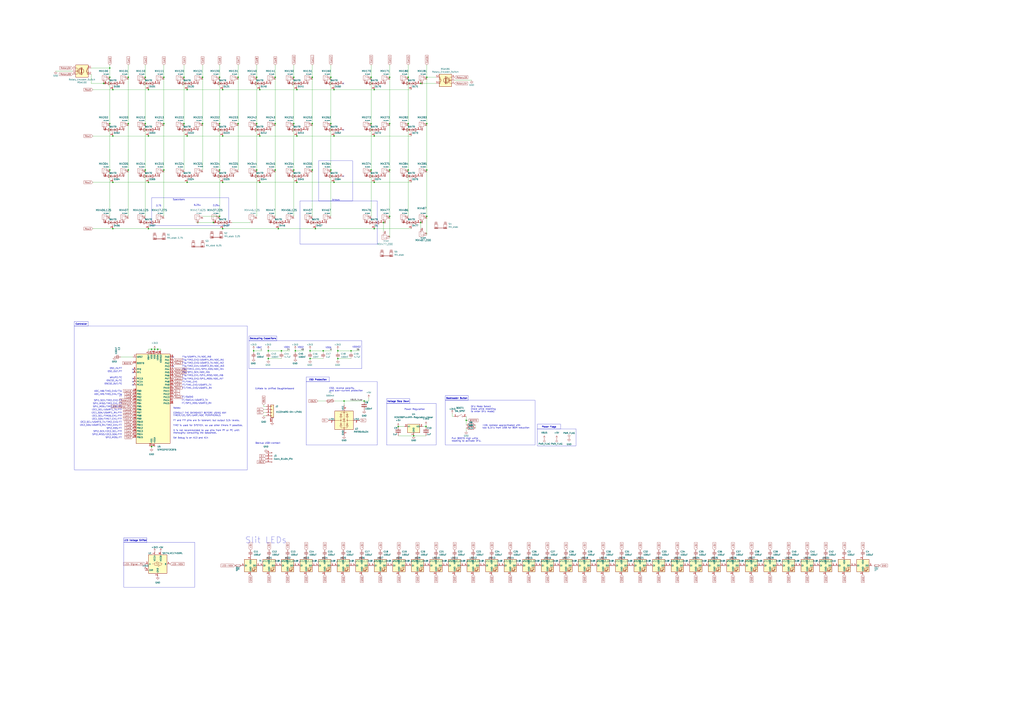
<source format=kicad_sch>
(kicad_sch (version 20231120) (generator "eeschema") (generator_version "8.0")
  (paper "A1")
  (junction (at 121.92 73.66))
  (junction (at 90.17 63.5))
  (junction (at 195.58 63.5))
  (junction (at 153.67 149.86))
  (junction (at 210.82 63.5))
  (junction (at 119.38 63.5))
  (junction (at 208.28 288.29))
  (junction (at 226.06 139.7))
  (junction (at 307.34 73.66))
  (junction (at 320.04 139.7))
  (junction (at 105.41 63.5))
  (junction (at 85.09 68.58))
  (junction (at 180.34 101.6))
  (junction (at 121.92 149.86))
  (junction (at 271.78 101.6))
  (junction (at 119.38 139.7))
  (junction (at 274.32 73.66))
  (junction (at 256.54 101.6))
  (junction (at 92.71 111.76))
  (junction (at 121.92 111.76))
  (junction (at 105.41 101.6))
  (junction (at 105.41 139.7))
  (junction (at 335.28 63.5))
  (junction (at 213.36 111.76))
  (junction (at 231.14 288.29))
  (junction (at 182.88 73.66))
  (junction (at 350.52 177.8))
  (junction (at 299.085 329.565))
  (junction (at 307.34 111.76))
  (junction (at 304.8 139.7))
  (junction (at 213.36 73.66))
  (junction (at 304.8 63.5))
  (junction (at 166.37 101.6))
  (junction (at 254.635 288.29))
  (junction (at 271.78 139.7))
  (junction (at 180.34 63.5))
  (junction (at 243.84 149.86))
  (junction (at 226.06 101.6))
  (junction (at 335.28 101.6))
  (junction (at 274.32 111.76))
  (junction (at 274.32 149.86))
  (junction (at 350.52 139.7))
  (junction (at 92.71 73.66))
  (junction (at 182.88 149.86))
  (junction (at 134.62 139.7))
  (junction (at 92.71 149.86))
  (junction (at 345.44 182.88))
  (junction (at 350.52 101.6))
  (junction (at 241.3 139.7))
  (junction (at 220.345 288.29))
  (junction (at 339.725 358.14) (diameter 0.9144))
  (junction (at 124.46 287.02))
  (junction (at 320.04 101.6))
  (junction (at 195.58 101.6))
  (junction (at 259.08 187.96))
  (junction (at 210.82 101.6))
  (junction (at 320.04 63.5))
  (junction (at 277.495 288.29))
  (junction (at 256.54 63.5))
  (junction (at 307.34 187.96))
  (junction (at 320.04 177.8))
  (junction (at 180.34 139.7))
  (junction (at 121.92 187.96))
  (junction (at 151.13 63.5))
  (junction (at 153.67 111.76))
  (junction (at 210.82 139.7))
  (junction (at 228.6 187.96))
  (junction (at 90.17 139.7))
  (junction (at 304.8 101.6))
  (junction (at 243.84 73.66))
  (junction (at 314.96 182.88))
  (junction (at 127 287.02))
  (junction (at 327.025 350.52))
  (junction (at 254.635 294.64))
  (junction (at 134.62 63.5))
  (junction (at 92.71 187.96))
  (junction (at 242.57 288.29))
  (junction (at 90.17 101.6))
  (junction (at 180.34 177.8))
  (junction (at 119.38 101.6))
  (junction (at 129.54 287.02))
  (junction (at 151.13 101.6))
  (junction (at 134.62 101.6))
  (junction (at 124.46 367.03))
  (junction (at 350.52 63.5))
  (junction (at 182.88 111.76))
  (junction (at 166.37 63.5))
  (junction (at 241.3 101.6))
  (junction (at 288.29 288.29))
  (junction (at 345.44 68.58))
  (junction (at 282.575 329.565))
  (junction (at 182.88 187.96))
  (junction (at 335.28 139.7))
  (junction (at 349.885 350.52))
  (junction (at 220.345 294.64))
  (junction (at 226.06 63.5))
  (junction (at 256.54 139.7))
  (junction (at 213.36 149.86))
  (junction (at 175.26 182.88))
  (junction (at 90.17 55.88))
  (junction (at 241.3 63.5))
  (junction (at 271.78 63.5))
  (junction (at 153.67 73.66))
  (junction (at 243.84 111.76))
  (junction (at 382.905 345.44))
  (junction (at 265.43 288.29))
  (junction (at 307.34 149.86))
  (junction (at 277.495 294.64))
  (no_connect (at 281.94 68.58))
  (no_connect (at 142.24 293.37))
  (no_connect (at 109.22 306.07))
  (no_connect (at 109.22 313.69))
  (no_connect (at 142.24 300.99))
  (no_connect (at 281.94 106.68))
  (no_connect (at 281.94 144.78))
  (no_connect (at 109.22 316.23))
  (no_connect (at 109.22 303.53))
  (no_connect (at 109.22 311.15))
  (wire (pts (xy 215.265 288.29) (xy 208.28 288.29)))
  (wire (pts (xy 124.46 368.3) (xy 124.46 367.03)))
  (wire (pts (xy 220.345 288.29) (xy 231.14 288.29)))
  (wire (pts (xy 129.54 287.02) (xy 127 287.02)))
  (wire (pts (xy 161.29 182.88) (xy 175.26 182.88)))
  (wire (pts (xy 195.58 53.34) (xy 195.58 63.5)))
  (wire (pts (xy 256.54 53.34) (xy 256.54 63.5)))
  (wire (pts (xy 350.52 53.34) (xy 350.52 63.5)))
  (wire (pts (xy 134.62 63.5) (xy 134.62 101.6)))
  (wire (pts (xy 249.555 288.29) (xy 242.57 288.29)))
  (wire (pts (xy 182.88 111.76) (xy 213.36 111.76)))
  (wire (pts (xy 320.04 101.6) (xy 320.04 139.7)))
  (wire (pts (xy 121.92 111.76) (xy 153.67 111.76)))
  (wire (pts (xy 282.575 329.565) (xy 282.575 332.74)))
  (wire (pts (xy 74.93 68.58) (xy 74.93 60.96)))
  (wire (pts (xy 210.82 63.5) (xy 210.82 101.6)))
  (wire (pts (xy 241.3 101.6) (xy 241.3 139.7)))
  (wire (pts (xy 90.17 63.5) (xy 90.17 101.6)))
  (wire (pts (xy 271.78 139.7) (xy 271.78 177.8)))
  (wire (pts (xy 213.36 111.76) (xy 243.84 111.76)))
  (wire (pts (xy 390.525 349.25) (xy 390.525 351.79)))
  (wire (pts (xy 121.92 287.02) (xy 124.46 287.02)))
  (wire (pts (xy 277.495 287.02) (xy 277.495 288.29)))
  (wire (pts (xy 76.2 149.86) (xy 92.71 149.86)))
  (wire (pts (xy 182.88 73.66) (xy 213.36 73.66)))
  (wire (pts (xy 195.58 63.5) (xy 195.58 101.6)))
  (wire (pts (xy 260.985 329.565) (xy 267.335 329.565)))
  (wire (pts (xy 271.78 53.34) (xy 271.78 63.5)))
  (wire (pts (xy 350.52 63.5) (xy 358.14 63.5)))
  (wire (pts (xy 127 287.02) (xy 127 288.29)))
  (wire (pts (xy 314.96 182.88) (xy 314.96 190.5)))
  (wire (pts (xy 119.38 63.5) (xy 119.38 101.6)))
  (wire (pts (xy 241.3 139.7) (xy 241.3 177.8)))
  (wire (pts (xy 85.09 68.58) (xy 74.93 68.58)))
  (wire (pts (xy 373.38 66.04) (xy 387.35 66.04)))
  (wire (pts (xy 132.08 287.02) (xy 132.08 288.29)))
  (wire (pts (xy 254.635 288.29) (xy 254.635 289.56)))
  (wire (pts (xy 208.28 288.29) (xy 208.28 289.56)))
  (wire (pts (xy 277.495 288.29) (xy 288.29 288.29)))
  (wire (pts (xy 241.3 53.34) (xy 241.3 63.5)))
  (wire (pts (xy 218.44 336.55) (xy 216.535 336.55)))
  (wire (pts (xy 92.71 187.96) (xy 121.92 187.96)))
  (wire (pts (xy 124.46 367.03) (xy 127 367.03)))
  (wire (pts (xy 304.8 53.34) (xy 304.8 63.5)))
  (wire (pts (xy 302.895 327.025) (xy 302.895 329.565)))
  (wire (pts (xy 195.58 101.6) (xy 195.58 139.7)))
  (wire (pts (xy 90.17 55.88) (xy 90.17 63.5)))
  (wire (pts (xy 274.955 329.565) (xy 282.575 329.565)))
  (wire (pts (xy 210.82 139.7) (xy 210.82 177.8)))
  (wire (pts (xy 274.32 73.66) (xy 307.34 73.66)))
  (wire (pts (xy 121.92 187.96) (xy 182.88 187.96)))
  (wire (pts (xy 226.06 53.34) (xy 226.06 63.5)))
  (wire (pts (xy 320.04 177.8) (xy 320.04 195.58)))
  (wire (pts (xy 119.38 139.7) (xy 119.38 177.8)))
  (wire (pts (xy 105.41 63.5) (xy 105.41 101.6)))
  (wire (pts (xy 119.38 53.34) (xy 119.38 63.5)))
  (wire (pts (xy 350.52 101.6) (xy 350.52 139.7)))
  (wire (pts (xy 180.34 53.34) (xy 180.34 63.5)))
  (wire (pts (xy 265.43 288.29) (xy 265.43 289.56)))
  (wire (pts (xy 242.57 287.02) (xy 242.57 288.29)))
  (wire (pts (xy 226.06 139.7) (xy 226.06 177.8)))
  (wire (pts (xy 299.085 329.565) (xy 302.895 329.565)))
  (wire (pts (xy 304.8 139.7) (xy 304.8 177.8)))
  (wire (pts (xy 220.345 287.02) (xy 220.345 288.29)))
  (wire (pts (xy 182.88 149.86) (xy 213.36 149.86)))
  (wire (pts (xy 277.495 294.64) (xy 288.29 294.64)))
  (wire (pts (xy 335.28 53.34) (xy 335.28 63.5)))
  (wire (pts (xy 243.84 149.86) (xy 274.32 149.86)))
  (wire (pts (xy 166.37 101.6) (xy 166.37 139.7)))
  (wire (pts (xy 226.06 63.5) (xy 226.06 101.6)))
  (wire (pts (xy 213.36 73.66) (xy 243.84 73.66)))
  (wire (pts (xy 166.37 53.34) (xy 166.37 63.5)))
  (wire (pts (xy 208.28 287.02) (xy 208.28 288.29)))
  (wire (pts (xy 256.54 101.6) (xy 256.54 139.7)))
  (wire (pts (xy 254.635 294.64) (xy 265.43 294.64)))
  (wire (pts (xy 134.62 53.34) (xy 134.62 63.5)))
  (wire (pts (xy 213.36 149.86) (xy 243.84 149.86)))
  (wire (pts (xy 274.32 149.86) (xy 307.34 149.86)))
  (wire (pts (xy 320.04 53.34) (xy 320.04 63.5)))
  (wire (pts (xy 220.345 294.64) (xy 231.14 294.64)))
  (wire (pts (xy 92.71 73.66) (xy 121.92 73.66)))
  (wire (pts (xy 304.8 101.6) (xy 304.8 139.7)))
  (wire (pts (xy 76.2 73.66) (xy 92.71 73.66)))
  (wire (pts (xy 182.88 187.96) (xy 228.6 187.96)))
  (wire (pts (xy 76.2 111.76) (xy 92.71 111.76)))
  (wire (pts (xy 210.82 53.34) (xy 210.82 63.5)))
  (wire (pts (xy 153.67 111.76) (xy 182.88 111.76)))
  (wire (pts (xy 90.17 139.7) (xy 90.17 177.8)))
  (wire (pts (xy 99.06 293.37) (xy 109.22 293.37)))
  (wire (pts (xy 105.41 101.6) (xy 105.41 139.7)))
  (wire (pts (xy 134.62 139.7) (xy 134.62 177.8)))
  (wire (pts (xy 210.82 101.6) (xy 210.82 139.7)))
  (wire (pts (xy 220.345 288.29) (xy 220.345 289.56)))
  (wire (pts (xy 271.78 101.6) (xy 271.78 139.7)))
  (wire (pts (xy 382.905 342.265) (xy 382.905 345.44)))
  (wire (pts (xy 166.37 177.8) (xy 180.34 177.8)))
  (wire (pts (xy 121.92 73.66) (xy 153.67 73.66)))
  (wire (pts (xy 90.17 53.34) (xy 90.17 55.88)))
  (wire (pts (xy 180.34 101.6) (xy 180.34 139.7)))
  (wire (pts (xy 231.14 288.29) (xy 238.125 288.29)))
  (wire (pts (xy 76.2 187.96) (xy 92.71 187.96)))
  (wire (pts (xy 335.28 139.7) (xy 335.28 177.8)))
  (wire (pts (xy 382.905 345.44) (xy 382.905 349.25)))
  (wire (pts (xy 320.04 139.7) (xy 320.04 177.8)))
  (wire (pts (xy 121.92 287.02) (xy 121.92 288.29)))
  (wire (pts (xy 288.29 288.29) (xy 295.275 288.29)))
  (wire (pts (xy 220.345 295.91) (xy 220.345 294.64)))
  (wire (pts (xy 216.535 339.09) (xy 218.44 339.09)))
  (wire (pts (xy 327.025 350.52) (xy 332.105 350.52)))
  (wire (pts (xy 121.92 149.86) (xy 153.67 149.86)))
  (wire (pts (xy 231.14 288.29) (xy 231.14 289.56)))
  (wire (pts (xy 180.34 139.7) (xy 180.34 177.8)))
  (wire (pts (xy 335.28 101.6) (xy 335.28 139.7)))
  (wire (pts (xy 92.71 149.86) (xy 121.92 149.86)))
  (wire (pts (xy 347.345 350.52) (xy 349.885 350.52)))
  (wire (pts (xy 277.495 295.91) (xy 277.495 294.64)))
  (wire (pts (xy 274.32 111.76) (xy 307.34 111.76)))
  (wire (pts (xy 335.28 63.5) (xy 335.28 101.6)))
  (wire (pts (xy 226.06 101.6) (xy 226.06 139.7)))
  (wire (pts (xy 151.13 101.6) (xy 151.13 139.7)))
  (wire (pts (xy 105.41 139.7) (xy 105.41 177.8)))
  (wire (pts (xy 151.13 63.5) (xy 151.13 101.6)))
  (wire (pts (xy 129.54 287.02) (xy 132.08 287.02)))
  (wire (pts (xy 90.17 101.6) (xy 90.17 139.7)))
  (wire (pts (xy 134.62 101.6) (xy 134.62 139.7)))
  (wire (pts (xy 282.575 329.565) (xy 299.085 329.565)))
  (wire (pts (xy 265.43 288.29) (xy 272.415 288.29)))
  (wire (pts (xy 153.67 149.86) (xy 182.88 149.86)))
  (wire (pts (xy 243.84 73.66) (xy 274.32 73.66)))
  (wire (pts (xy 256.54 63.5) (xy 256.54 101.6)))
  (wire (pts (xy 254.635 287.02) (xy 254.635 288.29)))
  (wire (pts (xy 166.37 63.5) (xy 166.37 101.6)))
  (wire (pts (xy 59.69 58.42) (xy 45.72 58.42)))
  (wire (pts (xy 228.6 187.96) (xy 259.08 187.96)))
  (wire (pts (xy 242.57 288.29) (xy 242.57 289.56)))
  (wire (pts (xy 307.34 73.66) (xy 337.82 73.66)))
  (wire (pts (xy 129.54 287.02) (xy 129.54 288.29)))
  (wire (pts (xy 372.745 342.265) (xy 371.475 342.265)))
  (wire (pts (xy 254.635 288.29) (xy 265.43 288.29)))
  (wire (pts (xy 216.535 332.74) (xy 216.535 334.01)))
  (wire (pts (xy 307.34 111.76) (xy 337.82 111.76)))
  (wire (pts (xy 190.5 182.88) (xy 205.74 182.88)))
  (wire (pts (xy 288.29 288.29) (xy 288.29 289.56)))
  (wire (pts (xy 92.71 111.76) (xy 121.92 111.76)))
  (wire (pts (xy 153.67 73.66) (xy 182.88 73.66)))
  (wire (pts (xy 350.52 177.8) (xy 350.52 193.04)))
  (wire (pts (xy 277.495 288.29) (xy 277.495 289.56)))
  (wire (pts (xy 243.84 111.76) (xy 274.32 111.76)))
  (wire (pts (xy 382.905 351.79) (xy 382.905 354.33)))
  (wire (pts (xy 350.52 63.5) (xy 350.52 101.6)))
  (wire (pts (xy 119.38 101.6) (xy 119.38 139.7)))
  (wire (pts (xy 371.475 342.265) (xy 371.475 339.725)))
  (wire (pts (xy 151.13 53.34) (xy 151.13 63.5)))
  (wire (pts (xy 304.8 63.5) (xy 304.8 101.6)))
  (wire (pts (xy 124.46 287.02) (xy 124.46 288.29)))
  (wire (pts (xy 382.905 345.44) (xy 384.175 345.44)))
  (wire (pts (xy 259.08 187.96) (xy 307.34 187.96)))
  (wire (pts (xy 350.52 139.7) (xy 350.52 177.8)))
  (wire (pts (xy 216.535 341.63) (xy 218.44 341.63)))
  (wire (pts (xy 320.04 63.5) (xy 320.04 101.6)))
  (wire (pts (xy 216.535 334.01) (xy 218.44 334.01)))
  (wire (pts (xy 256.54 139.7) (xy 256.54 177.8)))
  (wire (pts (xy 345.44 182.88) (xy 345.44 187.96)))
  (wire (pts (xy 241.3 63.5) (xy 241.3 101.6)))
  (wire (pts (xy 339.725 358.14) (xy 327.025 358.14)))
  (wire (pts (xy 124.46 287.02) (xy 127 287.02)))
  (wire (pts (xy 74.93 55.88) (xy 90.17 55.88)))
  (wire (pts (xy 345.44 68.58) (xy 358.14 68.58)))
  (wire (pts (xy 254.635 295.91) (xy 254.635 294.64)))
  (wire (pts (xy 307.34 187.96) (xy 337.82 187.96)))
  (wire (pts (xy 307.34 149.86) (xy 337.82 149.86)))
  (wire (pts (xy 349.885 349.25) (xy 349.885 350.52)))
  (wire (pts (xy 339.725 358.14) (xy 349.885 358.14)))
  (wire (pts (xy 105.41 53.34) (xy 105.41 63.5)))
  (wire (pts (xy 180.34 63.5) (xy 180.34 101.6)))
  (wire (pts (xy 271.78 63.5) (xy 271.78 101.6)))
  (rectangle (start 365.76 328.93) (end 439.42 365.76))
  (rectangle (start 251.46 309.88) (end 270.51 313.69))
  (rectangle (start 441.325 348.615) (end 460.375 352.425))
  (rectangle (start 204.47 276.225) (end 227.33 280.035))
  (rectangle (start 441.325 352.425) (end 473.075 366.395))
  (rectangle (start 365.76 325.12) (end 384.556 328.93))
  (rectangle (start 317.5 331.47) (end 358.14 365.76))
  (rectangle (start 251.46 313.69) (end 309.88 365.76))
  (rectangle (start 204.47 280.035) (end 297.18 302.895))
  (rectangle (start 60.96 267.97) (end 203.2 386.08))
  (rectangle (start 101.6 445.77) (end 160.02 482.6))
  (rectangle (start 60.96 264.16) (end 72.39 267.97))
  (rectangle (start 261.62 132.08) (end 289.56 165.1))
  (rectangle (start 317.5 327.66) (end 336.55 331.47))
  (rectangle (start 246.38 165.1) (end 309.88 200.66))
  (rectangle (start 124.46 162.56) (end 187.96 185.42))
  (rectangle (start 101.6 441.96) (end 120.65 445.77))
  (text "WKUP2/TC" (at 100.33 311.15 0) (effects (font (size 1.27 1.27)) (justify right bottom)))
  (text "FT/TIM1_CH3/USART1_RX" (at 149.606 319.786 0) (effects (font (size 1.27 1.27)) (justify left bottom)))
  (text "TTa/TIM3_CH2/SPI1_MOSI/ADC_IN7" (at 149.606 312.166 0) (effects (font (size 1.27 1.27)) (justify left bottom)))
  (text "6.25u" (at 162.052 168.656 0) (effects (font (size 1.27 1.27))))
  (text "Pull BOOT0 high while \nreseting to activate DFU." (at 370.84 363.22 0) (effects (font (size 1.27 1.27)) (justify left bottom)))
  (text "SPI2_SCK/I2C2_SCL/FTf" (at 100.076 355.346 0) (effects (font (size 1.27 1.27)) (justify right bottom)))
  (text "TTa/SPI1_SCK/ADC_IN5" (at 149.606 306.832 0) (effects (font (size 1.27 1.27)) (justify left bottom)))
  (text "TTa/TIM14_CH1/SPI1_NSS/ADC_IN4" (at 149.606 304.292 0) (effects (font (size 1.27 1.27)) (justify left bottom)))
  (text "FT/SPI1_NSS/USART2_RX" (at 149.352 332.232 0) (effects (font (size 1.27 1.27)) (justify left bottom)))
  (text "VDD2" (at 246.888 285.496 0) (effects (font (size 1.27 1.27))))
  (text "TTa/TIM3_CH1/SPI1_MISO/ADC_IN6" (at 149.606 309.372 0) (effects (font (size 1.27 1.27)) (justify left bottom)))
  (text "Arrows" (at 275.844 164.338 0) (effects (font (size 1.27 1.27))))
  (text "Controller\n" (at 66.802 266.446 0) (effects (font (size 1.27 1.27) (thickness 0.254) (bold yes))))
  (text "SPI2_MISO/I2C2_SDA/FTf" (at 100.076 357.886 0) (effects (font (size 1.27 1.27)) (justify right bottom)))
  (text "EzMate to Unified Daughterboard" (at 225.552 319.532 0) (effects (font (size 1.27 1.27))))
  (text "VBAT" (at 212.852 285.75 0) (effects (font (size 1.27 1.27))))
  (text "Decoupling Capacitors" (at 215.9 278.257 0) (effects (font (size 1.27 1.27) (thickness 0.254) (bold yes))))
  (text "Bootloader Button" (at 375.158 327.406 0) (effects (font (size 1.27 1.27) (thickness 0.254) (bold yes))))
  (text "I2C1_SCL/USART1_TX/FTf" (at 100.076 337.566 0) (effects (font (size 1.27 1.27)) (justify right bottom)))
  (text "ADC_IN8/TIM3_CH3/TTa" (at 100.076 322.326 0) (effects (font (size 1.27 1.27)) (justify right bottom)))
  (text "Spacebars" (at 146.812 164.084 0) (effects (font (size 1.27 1.27))))
  (text "OSC_IN/FT" (at 100.33 303.53 0) (effects (font (size 1.27 1.27)) (justify right bottom)))
  (text "ADC_IN9/TIM3_CH4/TTa" (at 100.076 324.866 0) (effects (font (size 1.27 1.27)) (justify right bottom)))
  (text "OSC32_IN/TC" (at 100.33 313.69 0) (effects (font (size 1.27 1.27)) (justify right bottom)))
  (text "SPI1_MISO/TIM3_CH1/FT" (at 100.076 332.486 0) (effects (font (size 1.27 1.27)) (justify right bottom)))
  (text "OSC32_OUT/TC" (at 100.33 316.23 0) (effects (font (size 1.27 1.27)) (justify right bottom)))
  (text "LED Voltage Shifter" (at 111.252 444.246 0) (effects (font (size 1.27 1.27) (thickness 0.254) (bold yes))))
  (text "I2C1_SDA/TIM17_CH1/FTf" (at 100.076 345.186 0) (effects (font (size 1.27 1.27)) (justify right bottom)))
  (text "Power Flags" (at 450.977 350.901 0) (effects (font (size 1.27 1.27) (thickness 0.254) (bold yes))))
  (text "SPI2_NSS/FT" (at 100.076 352.806 0) (effects (font (size 1.27 1.27)) (justify right bottom)))
  (text "Backup USB-contact" (at 219.964 364.236 0) (effects (font (size 1.27 1.27))))
  (text "~10k resistor approximated with\ntwo 5.1k's from USB for BOM reduction" (at 396.24 352.425 0) (effects (font (size 1.27 1.27)) (justify left bottom)))
  (text "TTa/TIM2_CH4/USART2_RX/ADC_IN3" (at 149.606 301.752 0) (effects (font (size 1.27 1.27)) (justify left bottom)))
  (text "OSC_OUT/FT" (at 100.33 306.07 0) (effects (font (size 1.27 1.27)) (justify right bottom)))
  (text "FT/SWDIO" (at 149.352 327.152 0) (effects (font (size 1.27 1.27)) (justify left bottom)))
  (text "ESD, reverse polarity,\nand over-current protection" (at 270.51 321.945 0) (effects (font (size 1.27 1.27)) (justify left bottom)))
  (text "I2C2_SCL/USART3_TX/TIM2_CH3/FT" (at 100.076 347.726 0) (effects (font (size 1.27 1.27)) (justify right bottom)))
  (text "SPI1_MOSI/TIM3_CH2/FT" (at 100.076 335.026 0) (effects (font (size 1.27 1.27)) (justify right bottom)))
  (text "Voltage Step Down" (at 327.152 329.946 0) (effects (font (size 1.27 1.27) (thickness 0.254) (bold yes))))
  (text "FT" (at 100.33 326.39 0) (effects (font (size 1.27 1.27)) (justify right bottom)))
  (text "VDD1" (at 235.712 285.496 0) (effects (font (size 1.27 1.27))))
  (text "DFU Mode Select\n(Hold while resetting\nto enter DFU mode)" (at 386.715 339.09 0) (effects (font (size 1.27 1.27)) (justify left bottom)))
  (text "VDDIO2" (at 292.862 285.242 0) (effects (font (size 1.27 1.27))))
  (text "Slit LEDs" (at 218.44 443.992 0) (effects (font (size 5 5))))
  (text "TTa/USART4_TX/ADC_IN0" (at 149.606 294.132 0) (effects (font (size 1.27 1.27)) (justify left bottom)))
  (text "TTa/TIM2_CH3/USART2_TX/ADC_IN2" (at 149.606 299.212 0) (effects (font (size 1.27 1.27)) (justify left bottom)))
  (text "I2C1_SCL/TIM16_CH1/FTf" (at 100.076 342.646 0) (effects (font (size 1.27 1.27)) (justify right bottom)))
  (text "2.75" (at 130.302 169.164 0) (effects (font (size 1.27 1.27))))
  (text "VDDA" (at 269.748 285.75 0) (effects (font (size 1.27 1.27))))
  (text "I2C1_SDA/USART1_RX/FTf" (at 100.076 340.106 0) (effects (font (size 1.27 1.27)) (justify right bottom)))
  (text "SPI2_MOSI/FT" (at 100.076 360.426 0) (effects (font (size 1.27 1.27)) (justify right bottom)))
  (text "2.25u" (at 177.546 168.91 0) (effects (font (size 1.27 1.27))))
  (text "I2C2_SDA/USART3_RX/TIM2_CH4/FT" (at 100.076 350.266 0) (effects (font (size 1.27 1.27)) (justify right bottom)))
  (text "FT/SWCLK/USART2_TX" (at 149.352 329.692 0) (effects (font (size 1.27 1.27)) (justify left bottom)))
  (text "TTa/TIM2_CH2/USART4_RX/ADC_IN1" (at 149.606 296.672 0) (effects (font (size 1.27 1.27)) (justify left bottom)))
  (text "ESD Protection" (at 261.112 312.166 0) (effects (font (size 1.27 1.27) (thickness 0.254) (bold yes))))
  (text "FT/TIM1_CH1" (at 149.606 314.706 0) (effects (font (size 1.27 1.27)) (justify left bottom)))
  (text "SPI1_SCK/TIM2_CH2/FT" (at 100.076 329.946 0) (effects (font (size 1.27 1.27)) (justify right bottom)))
  (text "Power Regulation" (at 332.105 337.185 0) (effects (font (size 1.27 1.27)) (justify left bottom)))
  (text "FT/TIM1_CH2/USART1_TX" (at 149.606 317.246 0) (effects (font (size 1.27 1.27)) (justify left bottom)))
  (text "Notes:\n\nCONSULT THE DATASHEET BEFORE USING ANY \nTIMER/I2C/SPI/UART/ADC PERIPHERALS\n\nFT and FTf pins are 5v tolerant, but output 3.3v levels.\n\nTIM2 is used for SYSTICK, so use other timers if possible.\n\nIt is not recommended to use pins from PF or PC until\nthoroughly consulting the datasheet.\n\nSW Debug is on A13 and A14" (at 142.24 360.68 0) (effects (font (size 1.27 1.27)) (justify left bottom)))
  (label "48" (at 249.555 288.29 180))
  (label "9" (at 272.415 288.29 180))
  (label "VBUS_fuse" (at 287.655 329.565 0))
  (label "36" (at 295.275 288.29 180))
  (label "1" (at 215.265 288.29 180))
  (label "24" (at 238.125 288.29 180))
  (global_label "GND" (shape input) (at 708.66 472.44 270) (property "Intersheetrefs" "${INTERSHEET_REFS}" (effects (hide yes))))
  (global_label "GND" (shape input) (at 403.86 472.44 270) (property "Intersheetrefs" "${INTERSHEET_REFS}" (effects (hide yes))))
  (global_label "D+" (shape input) (at 216.535 339.09 180) (property "Intersheetrefs" "${INTERSHEET_REFS}" (effects (hide yes))))
  (global_label "+5V" (shape input) (at 480.06 452.12 90) (property "Intersheetrefs" "${INTERSHEET_REFS}" (effects (hide yes))))
  (global_label "VBUS" (shape input) (at 260.985 329.565 180) (property "Intersheetrefs" "${INTERSHEET_REFS}" (effects (hide yes))))
  (global_label "GND" (shape input) (at 419.1 472.44 270) (property "Intersheetrefs" "${INTERSHEET_REFS}" (effects (hide yes))))
  (global_label "+5V" (shape input) (at 266.7 452.12 90) (property "Intersheetrefs" "${INTERSHEET_REFS}" (effects (hide yes))))
  (global_label "Row3" (shape input) (at 142.24 298.45 0) (property "Intersheetrefs" "${INTERSHEET_REFS}" (effects (hide yes))))
  (global_label "LED-Signal-Pin" (shape input) (at 109.22 334.01 180) (property "Intersheetrefs" "${INTERSHEET_REFS}" (effects (hide yes))))
  (global_label "Row3" (shape input) (at 76.2 187.96 180) (property "Intersheetrefs" "${INTERSHEET_REFS}" (effects (hide yes))))
  (global_label "GND" (shape input) (at 312.42 472.44 270) (property "Intersheetrefs" "${INTERSHEET_REFS}" (effects (hide yes))))
  (global_label "+5V" (shape input) (at 236.22 452.12 90) (property "Intersheetrefs" "${INTERSHEET_REFS}" (effects (hide yes))))
  (global_label "+5V" (shape input) (at 220.98 452.12 90) (property "Intersheetrefs" "${INTERSHEET_REFS}" (effects (hide yes))))
  (global_label "GND" (shape input) (at 541.02 472.44 270) (property "Intersheetrefs" "${INTERSHEET_REFS}" (effects (hide yes))))
  (global_label "Col4" (shape input) (at 109.22 354.33 180) (property "Intersheetrefs" "${INTERSHEET_REFS}" (effects (hide yes))))
  (global_label "+5V" (shape input) (at 281.94 452.12 90) (property "Intersheetrefs" "${INTERSHEET_REFS}" (effects (hide yes))))
  (global_label "GND" (shape input) (at 693.42 472.44 270) (property "Intersheetrefs" "${INTERSHEET_REFS}" (effects (hide yes))))
  (global_label "+5V" (shape input) (at 449.58 452.12 90) (property "Intersheetrefs" "${INTERSHEET_REFS}" (effects (hide yes))))
  (global_label "GND" (shape input) (at 495.3 472.44 270) (property "Intersheetrefs" "${INTERSHEET_REFS}" (effects (hide yes))))
  (global_label "Col6" (shape input) (at 109.22 349.25 180) (property "Intersheetrefs" "${INTERSHEET_REFS}" (effects (hide yes))))
  (global_label "Col2" (shape input) (at 109.22 359.41 180) (property "Intersheetrefs" "${INTERSHEET_REFS}" (effects (hide yes))))
  (global_label "Col16" (shape input) (at 350.52 53.34 90) (property "Intersheetrefs" "${INTERSHEET_REFS}" (effects (hide yes))))
  (global_label "Col9" (shape input) (at 226.06 53.34 90) (property "Intersheetrefs" "${INTERSHEET_REFS}" (effects (hide yes))))
  (global_label "+5V" (shape input) (at 662.94 452.12 90) (property "Intersheetrefs" "${INTERSHEET_REFS}" (effects (hide yes))))
  (global_label "BOOT0" (shape input) (at 384.175 345.44 0) (property "Intersheetrefs" "${INTERSHEET_REFS}" (effects (hide yes))))
  (global_label "+5V" (shape input) (at 312.42 452.12 90) (property "Intersheetrefs" "${INTERSHEET_REFS}" (effects (hide yes))))
  (global_label "Col15" (shape input) (at 109.22 339.09 180) (property "Intersheetrefs" "${INTERSHEET_REFS}" (effects (hide yes))))
  (global_label "Col14" (shape input) (at 109.22 341.63 180) (property "Intersheetrefs" "${INTERSHEET_REFS}" (effects (hide yes))))
  (global_label "GND" (shape input) (at 722.63 464.82 0) (property "Intersheetrefs" "${INTERSHEET_REFS}" (effects (hide yes))))
  (global_label "D-" (shape input) (at 269.875 345.44 180) (property "Intersheetrefs" "${INTERSHEET_REFS}" (effects (hide yes))))
  (global_label "Col13" (shape input) (at 304.8 53.34 90) (property "Intersheetrefs" "${INTERSHEET_REFS}" (effects (hide yes))))
  (global_label "GND" (shape input) (at 449.58 472.44 270) (property "Intersheetrefs" "${INTERSHEET_REFS}" (effects (hide yes))))
  (global_label "Col5" (shape input) (at 109.22 351.79 180) (property "Intersheetrefs" "${INTERSHEET_REFS}" (effects (hide yes))))
  (global_label "Row1" (shape input) (at 76.2 111.76 180) (property "Intersheetrefs" "${INTERSHEET_REFS}" (effects (hide yes))))
  (global_label "Col0" (shape input) (at 142.24 316.23 0) (property "Intersheetrefs" "${INTERSHEET_REFS}" (effects (hide yes))))
  (global_label "Col7" (shape input) (at 109.22 346.71 180) (property "Intersheetrefs" "${INTERSHEET_REFS}" (effects (hide yes))))
  (global_label "GND" (shape input) (at 510.54 472.44 270) (property "Intersheetrefs" "${INTERSHEET_REFS}" (effects (hide yes))))
  (global_label "Rotary0B" (shape input) (at 142.24 303.53 0) (property "Intersheetrefs" "${INTERSHEET_REFS}" (effects (hide yes))))
  (global_label "Col12" (shape input) (at 271.78 53.34 90) (property "Intersheetrefs" "${INTERSHEET_REFS}" (effects (hide yes))))
  (global_label "D-" (shape input) (at 142.24 321.31 0) (property "Intersheetrefs" "${INTERSHEET_REFS}" (effects (hide yes))))
  (global_label "GND" (shape input) (at 220.98 472.44 270) (property "Intersheetrefs" "${INTERSHEET_REFS}" (effects (hide yes))))
  (global_label "Col11" (shape input) (at 256.54 53.34 90) (property "Intersheetrefs" "${INTERSHEET_REFS}" (effects (hide yes))))
  (global_label "GND" (shape input) (at 556.26 472.44 270) (property "Intersheetrefs" "${INTERSHEET_REFS}" (effects (hide yes))))
  (global_label "Row0" (shape input) (at 76.2 73.66 180) (property "Intersheetrefs" "${INTERSHEET_REFS}" (effects (hide yes))))
  (global_label "Rotary1A" (shape input) (at 109.22 331.47 180) (property "Intersheetrefs" "${INTERSHEET_REFS}" (effects (hide yes))))
  (global_label "+5V" (shape input) (at 342.9 452.12 90) (property "Intersheetrefs" "${INTERSHEET_REFS}" (effects (hide yes))))
  (global_label "Col0" (shape input) (at 90.17 53.34 90) (property "Intersheetrefs" "${INTERSHEET_REFS}" (effects (hide yes))))
  (global_label "+5V" (shape input) (at 693.42 452.12 90) (property "Intersheetrefs" "${INTERSHEET_REFS}" (effects (hide yes))))
  (global_label "VBUS" (shape input) (at 216.535 332.74 90) (property "Intersheetrefs" "${INTERSHEET_REFS}" (effects (hide yes))))
  (global_label "LED-IN5V" (shape input) (at 193.04 464.82 180) (property "Intersheetrefs" "${INTERSHEET_REFS}" (effects (hide yes))))
  (global_label "Row2" (shape input) (at 76.2 149.86 180) (property "Intersheetrefs" "${INTERSHEET_REFS}" (effects (hide yes))))
  (global_label "Col10" (shape input) (at 241.3 53.34 90) (property "Intersheetrefs" "${INTERSHEET_REFS}" (effects (hide yes))))
  (global_label "Col10" (shape input) (at 109.22 321.31 180) (property "Intersheetrefs" "${INTERSHEET_REFS}" (effects (hide yes))))
  (global_label "GND" (shape input) (at 327.66 472.44 270) (property "Intersheetrefs" "${INTERSHEET_REFS}" (effects (hide yes))))
  (global_label "D-" (shape input) (at 218.44 377.19 180) (property "Intersheetrefs" "${INTERSHEET_REFS}" (effects (hide yes))))
  (global_label "+5V" (shape input) (at 403.86 452.12 90) (property "Intersheetrefs" "${INTERSHEET_REFS}" (effects (hide yes))))
  (global_label "GND" (shape input) (at 434.34 472.44 270) (property "Intersheetrefs" "${INTERSHEET_REFS}" (effects (hide yes))))
  (global_label "Col8" (shape input) (at 210.82 53.34 90) (property "Intersheetrefs" "${INTERSHEET_REFS}" (effects (hide yes))))
  (global_label "Col3" (shape input) (at 134.62 53.34 90) (property "Intersheetrefs" "${INTERSHEET_REFS}" (effects (hide yes))))
  (global_label "+5V" (shape input) (at 586.74 452.12 90) (property "Intersheetrefs" "${INTERSHEET_REFS}" (effects (hide yes))))
  (global_label "+5V" (shape input) (at 419.1 452.12 90) (property "Intersheetrefs" "${INTERSHEET_REFS}" (effects (hide yes))))
  (global_label "Col14" (shape input) (at 320.04 53.34 90) (property "Intersheetrefs" "${INTERSHEET_REFS}" (effects (hide yes))))
  (global_label "Col7" (shape input) (at 195.58 53.34 90) (property "Intersheetrefs" "${INTERSHEET_REFS}" (effects (hide yes))))
  (global_label "GND" (shape input) (at 388.62 472.44 270) (property "Intersheetrefs" "${INTERSHEET_REFS}" (effects (hide yes))))
  (global_label "GND" (shape input) (at 464.82 472.44 270) (property "Intersheetrefs" "${INTERSHEET_REFS}" (effects (hide yes))))
  (global_label "GND" (shape input) (at 586.74 472.44 270) (property "Intersheetrefs" "${INTERSHEET_REFS}" (effects (hide yes))))
  (global_label "+5V" (shape input) (at 388.62 452.12 90) (property "Intersheetrefs" "${INTERSHEET_REFS}" (effects (hide yes))))
  (global_label "D+" (shape input) (at 295.275 345.44 0) (property "Intersheetrefs" "${INTERSHEET_REFS}" (effects (hide yes))))
  (global_label "Col8" (shape input) (at 109.22 326.39 180) (property "Intersheetrefs" "${INTERSHEET_REFS}" (effects (hide yes))))
  (global_label "BOOT0" (shape input) (at 109.22 298.45 180) (property "Intersheetrefs" "${INTERSHEET_REFS}" (effects (hide yes))))
  (global_label "+5V" (shape input) (at 373.38 452.12 90) (property "Intersheetrefs" "${INTERSHEET_REFS}" (effects (hide yes))))
  (global_label "D+" (shape input) (at 218.44 374.65 180) (property "Intersheetrefs" "${INTERSHEET_REFS}" (effects (hide yes))))
  (global_label "Col1" (shape input) (at 105.41 53.34 90) (property "Intersheetrefs" "${INTERSHEET_REFS}" (effects (hide yes))))
  (global_label "GND" (shape input) (at 662.94 472.44 270) (property "Intersheetrefs" "${INTERSHEET_REFS}" (effects (hide yes))))
  (global_label "+5V" (shape input) (at 251.46 452.12 90) (property "Intersheetrefs" "${INTERSHEET_REFS}" (effects (hide yes))))
  (global_label "Col12" (shape input) (at 142.24 295.91 0) (property "Intersheetrefs" "${INTERSHEET_REFS}" (effects (hide yes))))
  (global_label "GND" (shape input) (at 373.38 472.44 270) (property "Intersheetrefs" "${INTERSHEET_REFS}" (effects (hide yes))))
  (global_label "+5V" (shape input) (at 297.18 452.12 90) (property "Intersheetrefs" "${INTERSHEET_REFS}" (effects (hide yes))))
  (global_label "+5V" (shape input) (at 541.02 452.12 90) (property "Intersheetrefs" "${INTERSHEET_REFS}" (effects (hide yes))))
  (global_label "Rotary1B" (shape input) (at 109.22 328.93 180) (property "Intersheetrefs" "${INTERSHEET_REFS}" (effects (hide yes))))
  (global_label "GND" (shape input) (at 266.7 472.44 270) (property "Intersheetrefs" "${INTERSHEET_REFS}" (effects (hide yes))))
  (global_label "GND" (shape input) (at 647.7 472.44 270) (property "Intersheetrefs" "${INTERSHEET_REFS}" (effects (hide yes))))
  (global_label "GND" (shape input) (at 617.22 472.44 270) (property "Intersheetrefs" "${INTERSHEET_REFS}" (effects (hide yes))))
  (global_label "Col3" (shape input) (at 109.22 356.87 180) (property "Intersheetrefs" "${INTERSHEET_REFS}" (effects (hide yes))))
  (global_label "+5V" (shape input) (at 601.98 452.12 90) (property "Intersheetrefs" "${INTERSHEET_REFS}" (effects (hide yes))))
  (global_label "+5V" (shape input) (at 647.7 452.12 90) (property "Intersheetrefs" "${INTERSHEET_REFS}" (effects (hide yes))))
  (global_label "Row1" (shape input) (at 142.24 318.77 0) (property "Intersheetrefs" "${INTERSHEET_REFS}" (effects (hide yes))))
  (global_label "+5V" (shape input) (at 205.74 452.12 90) (property "Intersheetrefs" "${INTERSHEET_REFS}" (effects (hide yes))))
  (global_label "LED-Signal-Pin" (shape input) (at 119.38 463.55 180) (property "Intersheetrefs" "${INTERSHEET_REFS}" (effects (hide yes))))
  (global_label "D+" (shape input) (at 142.24 323.85 0) (property "Intersheetrefs" "${INTERSHEET_REFS}" (effects (hide yes))))
  (global_label "Col2" (shape input) (at 119.38 53.34 90) (property "Intersheetrefs" "${INTERSHEET_REFS}" (effects (hide yes))))
  (global_label "GND" (shape input) (at 678.18 472.44 270) (property "Intersheetrefs" "${INTERSHEET_REFS}" (effects (hide yes))))
  (global_label "+5V" (shape input) (at 632.46 452.12 90) (property "Intersheetrefs" "${INTERSHEET_REFS}" (effects (hide yes))))
  (global_label "+5V" (shape input) (at 510.54 452.12 90) (property "Intersheetrefs" "${INTERSHEET_REFS}" (effects (hide yes))))
  (global_label "+5V" (shape input) (at 525.78 452.12 90) (property "Intersheetrefs" "${INTERSHEET_REFS}" (effects (hide yes))))
  (global_label "LED-IN5V" (shape input) (at 139.7 463.55 0) (property "Intersheetrefs" "${INTERSHEET_REFS}" (effects (hide yes))))
  (global_label "+5V" (shape input) (at 708.66 452.12 90) (property "Intersheetrefs" "${INTERSHEET_REFS}" (effects (hide yes))))
  (global_label "GND" (shape input) (at 342.9 472.44 270) (property "Intersheetrefs" "${INTERSHEET_REFS}" (effects (hide yes))))
  (global_label "Col16" (shape input) (at 109.22 336.55 180) (property "Intersheetrefs" "${INTERSHEET_REFS}" (effects (hide yes))))
  (global_label "GND" (shape input) (at 525.78 472.44 270) (property "Intersheetrefs" "${INTERSHEET_REFS}" (effects (hide yes))))
  (global_label "GND" (shape input) (at 251.46 472.44 270) (property "Intersheetrefs" "${INTERSHEET_REFS}" (effects (hide yes))))
  (global_label "Col1" (shape input) (at 142.24 313.69 0) (property "Intersheetrefs" "${INTERSHEET_REFS}" (effects (hide yes))))
  (global_label "Rotary1B" (shape input) (at 373.38 63.5 0) (property "Intersheetrefs" "${INTERSHEET_REFS}" (effects (hide yes))))
  (global_label "GND" (shape input) (at 297.18 472.44 270) (property "Intersheetrefs" "${INTERSHEET_REFS}" (effects (hide yes))))
  (global_label "Col6" (shape input) (at 180.34 53.34 90) (property "Intersheetrefs" "${INTERSHEET_REFS}" (effects (hide yes))))
  (global_label "D-" (shape input) (at 216.535 336.55 180) (property "Intersheetrefs" "${INTERSHEET_REFS}" (effects (hide yes))))
  (global_label "GND" (shape input) (at 205.74 472.44 270) (property "Intersheetrefs" "${INTERSHEET_REFS}" (effects (hide yes))))
  (global_label "GND" (shape input) (at 281.94 472.44 270) (property "Intersheetrefs" "${INTERSHEET_REFS}" (effects (hide yes))))
  (global_label "Rotary0B" (shape input) (at 59.69 60.96 180) (property "Intersheetrefs" "${INTERSHEET_REFS}" (effects (hide yes))))
  (global_label "+5V" (shape input) (at 464.82 452.12 90) (property "Intersheetrefs" "${INTERSHEET_REFS}" (effects (hide yes))))
  (global_label "+5V" (shape input) (at 358.14 452.12 90) (property "Intersheetrefs" "${INTERSHEET_REFS}" (effects (hide yes))))
  (global_label "+5V" (shape input) (at 434.34 452.12 90) (property "Intersheetrefs" "${INTERSHEET_REFS}" (effects (hide yes))))
  (global_label "GND" (shape input) (at 571.5 472.44 270) (property "Intersheetrefs" "${INTERSHEET_REFS}" (effects (hide yes))))
  (global_label "GND" (shape input) (at 632.46 472.44 270) (property "Intersheetrefs" "${INTERSHEET_REFS}" (effects (hide yes))))
  (global_label "GND" (shape input) (at 601.98 472.44 270) (property "Intersheetrefs" "${INTERSHEET_REFS}" (effects (hide yes))))
  (global_label "GND" (shape input) (at 480.06 472.44 270) (property "Intersheetrefs" "${INTERSHEET_REFS}" (effects (hide yes))))
  (global_label "Col4" (shape input) (at 151.13 53.34 90) (property "Intersheetrefs" "${INTERSHEET_REFS}" (effects (hide yes))))
  (global_label "GND" (shape input) (at 236.22 472.44 270) (property "Intersheetrefs" "${INTERSHEET_REFS}" (effects (hide yes))))
  (global_label "GND" (shape input) (at 358.14 472.44 270) (property "Intersheetrefs" "${INTERSHEET_REFS}" (effects (hide yes))))
  (global_label "Col13" (shape input) (at 109.22 344.17 180) (property "Intersheetrefs" "${INTERSHEET_REFS}" (effects (hide yes))))
  (global_label "+5V" (shape input) (at 617.22 452.12 90) (property "Intersheetrefs" "${INTERSHEET_REFS}" (effects (hide yes))))
  (global_label "+5V" (shape input) (at 495.3 452.12 90) (property "Intersheetrefs" "${INTERSHEET_REFS}" (effects (hide yes))))
  (global_label "VBUS" (shape input) (at 218.44 379.73 180) (property "Intersheetrefs" "${INTERSHEET_REFS}" (effects (hide yes))))
  (global_label "Rotary1A" (shape input) (at 373.38 68.58 0) (property "Intersheetrefs" "${INTERSHEET_REFS}" (effects (hide yes))))
  (global_label "+5V" (shape input) (at 327.66 452.12 90) (property "Intersheetrefs" "${INTERSHEET_REFS}" (effects (hide yes))))
  (global_label "Row2" (shape input) (at 142.24 308.61 0) (property "Intersheetrefs" "${INTERSHEET_REFS}" (effects (hide yes))))
  (global_label "+5V" (shape input) (at 678.18 452.12 90) (property "Intersheetrefs" "${INTERSHEET_REFS}" (effects (hide yes))))
  (global_label "Col9" (shape input) (at 109.22 323.85 180) (property "Intersheetrefs" "${INTERSHEET_REFS}" (effects (hide yes))))
  (global_label "Rotary0A" (shape input) (at 142.24 306.07 0) (property "Intersheetrefs" "${INTERSHEET_REFS}" (effects (hide yes))))
  (global_label "Col15" (shape input) (at 335.28 53.34 90) (property "Intersheetrefs" "${INTERSHEET_REFS}" (effects (hide yes))))
  (global_label "+5V" (shape input) (at 556.26 452.12 90) (property "Intersheetrefs" "${INTERSHEET_REFS}" (effects (hide yes))))
  (global_label "Col5" (shape input) (at 166.37 53.34 90) (property "Intersheetrefs" "${INTERSHEET_REFS}" (effects (hide yes))))
  (global_label "Row0" (shape input) (at 142.24 326.39 0) (property "Intersheetrefs" "${INTERSHEET_REFS}" (effects (hide yes))))
  (global_label "Rotary0A" (shape input) (at 59.69 55.88 180) (property "Intersheetrefs" "${INTERSHEET_REFS}" (effects (hide yes))))
  (global_label "Col11" (shape input) (at 142.24 311.15 0) (property "Intersheetrefs" "${INTERSHEET_REFS}" (effects (hide yes))))
  (global_label "+5V" (shape input) (at 571.5 452.12 90) (property "Intersheetrefs" "${INTERSHEET_REFS}" (effects (hide yes))))
  (symbol (lib_id "MX_Alps_Hybrid:MX-NoLED") (at 86.36 64.77 0) (unit 1)
    (property "Reference" "MX100" (at 85.09 58.42 0) (effects (font (size 1.524 1.524))))
    (property "Value" "MX-NoLED" (at 87.1982 60.9854 0) (effects (font (size 0.508 0.508))))
    (property "Footprint" "TFL:SW_MX_HS_CPG151101S11_1u+3d" (effects (hide yes)))
  )
  (symbol (lib_id "MX_Alps_Hybrid:MX-NoLED") (at 101.6 64.77 0) (unit 1)
    (property "Reference" "MX101" (at 101.6 58.42 0) (effects (font (size 1.524 1.524))))
    (property "Value" "MX-NoLED" (at 102.4382 60.9854 0) (effects (font (size 0.508 0.508))))
    (property "Footprint" "TFL:SW_MX_HS_CPG151101S11_1u+3d" (effects (hide yes)))
  )
  (symbol (lib_id "Diode:BAV70") (at 92.71 68.58 0) (unit 1)
    (property "Reference" "D100" (at 93.345 71.12 0) (effects (justify left)))
    (property "Value" "BAV70" (at 92.71 66.04 0))
    (property "Footprint" "Package_TO_SOT_SMD:SOT-23" (effects (hide yes)))
    (property "Datasheet" "https://assets.nexperia.com/documents/data-sheet/BAV70_SER.pdf" (effects (hide yes)))
    (property "Description" "Dual 100V 215mA high-speed switching diodes, common cathode, SOT-23" (effects (hide yes)))
  )
  (symbol (lib_id "Diode:BAV70") (at 121.92 68.58 0) (unit 1)
    (property "Reference" "D101" (at 122.555 71.12 0) (effects (justify left)))
    (property "Value" "BAV70" (at 121.92 66.04 0))
    (property "Footprint" "Package_TO_SOT_SMD:SOT-23" (effects (hide yes)))
    (property "Datasheet" "https://assets.nexperia.com/documents/data-sheet/BAV70_SER.pdf" (effects (hide yes)))
    (property "Description" "Dual 100V 215mA high-speed switching diodes, common cathode, SOT-23" (effects (hide yes)))
  )
  (symbol (lib_id "MX_Alps_Hybrid:MX-NoLED") (at 115.57 64.77 0) (unit 1)
    (property "Reference" "MX110" (at 115.57 58.42 0) (effects (font (size 1.524 1.524))))
    (property "Value" "MX-NoLED" (at 116.4082 60.9854 0) (effects (font (size 0.508 0.508))))
    (property "Footprint" "TFL:SW_MX_HS_CPG151101S11_1u+3d" (effects (hide yes)))
  )
  (symbol (lib_id "MX_Alps_Hybrid:MX-NoLED") (at 130.81 64.77 0) (unit 1)
    (property "Reference" "MX111" (at 130.81 58.42 0) (effects (font (size 1.524 1.524))))
    (property "Value" "MX-NoLED" (at 131.6482 60.9854 0) (effects (font (size 0.508 0.508))))
    (property "Footprint" "TFL:SW_MX_HS_CPG151101S11_1u+3d" (effects (hide yes)))
  )
  (symbol (lib_id "MX_Alps_Hybrid:MX-NoLED") (at 147.32 64.77 0) (unit 1)
    (property "Reference" "MX120" (at 147.32 58.42 0) (effects (font (size 1.524 1.524))))
    (property "Value" "MX-NoLED" (at 148.1582 60.9854 0) (effects (font (size 0.508 0.508))))
    (property "Footprint" "TFL:SW_MX_HS_CPG151101S11_1u+3d" (effects (hide yes)))
  )
  (symbol (lib_id "MX_Alps_Hybrid:MX-NoLED") (at 162.56 64.77 0) (unit 1)
    (property "Reference" "MX121" (at 162.56 58.42 0) (effects (font (size 1.524 1.524))))
    (property "Value" "MX-NoLED" (at 163.3982 60.9854 0) (effects (font (size 0.508 0.508))))
    (property "Footprint" "TFL:SW_MX_HS_CPG151101S11_1u+3d" (effects (hide yes)))
  )
  (symbol (lib_id "Diode:BAV70") (at 153.67 68.58 0) (unit 1)
    (property "Reference" "D120" (at 154.305 71.12 0) (effects (justify left)))
    (property "Value" "BAV70" (at 153.67 66.04 0))
    (property "Footprint" "Package_TO_SOT_SMD:SOT-23" (effects (hide yes)))
    (property "Datasheet" "https://assets.nexperia.com/documents/data-sheet/BAV70_SER.pdf" (effects (hide yes)))
    (property "Description" "Dual 100V 215mA high-speed switching diodes, common cathode, SOT-23" (effects (hide yes)))
  )
  (symbol (lib_id "Diode:BAV70") (at 182.88 68.58 0) (unit 1)
    (property "Reference" "D121" (at 183.515 71.12 0) (effects (justify left)))
    (property "Value" "BAV70" (at 182.88 66.04 0))
    (property "Footprint" "Package_TO_SOT_SMD:SOT-23" (effects (hide yes)))
    (property "Datasheet" "https://assets.nexperia.com/documents/data-sheet/BAV70_SER.pdf" (effects (hide yes)))
    (property "Description" "Dual 100V 215mA high-speed switching diodes, common cathode, SOT-23" (effects (hide yes)))
  )
  (symbol (lib_id "MX_Alps_Hybrid:MX-NoLED") (at 176.53 64.77 0) (unit 1)
    (property "Reference" "MX130" (at 176.53 58.42 0) (effects (font (size 1.524 1.524))))
    (property "Value" "MX-NoLED" (at 177.3682 60.9854 0) (effects (font (size 0.508 0.508))))
    (property "Footprint" "TFL:SW_MX_HS_CPG151101S11_1u+3d" (effects (hide yes)))
  )
  (symbol (lib_id "MX_Alps_Hybrid:MX-NoLED") (at 191.77 64.77 0) (unit 1)
    (property "Reference" "MX131" (at 191.77 58.42 0) (effects (font (size 1.524 1.524))))
    (property "Value" "MX-NoLED" (at 192.6082 60.9854 0) (effects (font (size 0.508 0.508))))
    (property "Footprint" "TFL:SW_MX_HS_CPG151101S11_1u+3d" (effects (hide yes)))
  )
  (symbol (lib_id "MX_Alps_Hybrid:MX-NoLED") (at 207.01 64.77 0) (unit 1)
    (property "Reference" "MX140" (at 207.01 58.42 0) (effects (font (size 1.524 1.524))))
    (property "Value" "MX-NoLED" (at 207.8482 60.9854 0) (effects (font (size 0.508 0.508))))
    (property "Footprint" "TFL:SW_MX_HS_CPG151101S11_1u+3d" (effects (hide yes)))
  )
  (symbol (lib_id "MX_Alps_Hybrid:MX-NoLED") (at 222.25 64.77 0) (unit 1)
    (property "Reference" "MX141" (at 222.25 58.42 0) (effects (font (size 1.524 1.524))))
    (property "Value" "MX-NoLED" (at 223.0882 60.9854 0) (effects (font (size 0.508 0.508))))
    (property "Footprint" "TFL:SW_MX_HS_CPG151101S11_1u+3d" (effects (hide yes)))
  )
  (symbol (lib_id "Diode:BAV70") (at 213.36 68.58 0) (unit 1)
    (property "Reference" "D140" (at 213.995 71.12 0) (effects (justify left)))
    (property "Value" "BAV70" (at 213.36 66.04 0))
    (property "Footprint" "Package_TO_SOT_SMD:SOT-23" (effects (hide yes)))
    (property "Datasheet" "https://assets.nexperia.com/documents/data-sheet/BAV70_SER.pdf" (effects (hide yes)))
    (property "Description" "Dual 100V 215mA high-speed switching diodes, common cathode, SOT-23" (effects (hide yes)))
  )
  (symbol (lib_id "Diode:BAV70") (at 243.84 68.58 0) (unit 1)
    (property "Reference" "D141" (at 244.475 71.12 0) (effects (justify left)))
    (property "Value" "BAV70" (at 243.84 66.04 0))
    (property "Footprint" "Package_TO_SOT_SMD:SOT-23" (effects (hide yes)))
    (property "Datasheet" "https://assets.nexperia.com/documents/data-sheet/BAV70_SER.pdf" (effects (hide yes)))
    (property "Description" "Dual 100V 215mA high-speed switching diodes, common cathode, SOT-23" (effects (hide yes)))
  )
  (symbol (lib_id "MX_Alps_Hybrid:MX-NoLED") (at 237.49 64.77 0) (unit 1)
    (property "Reference" "MX150" (at 237.49 58.42 0) (effects (font (size 1.524 1.524))))
    (property "Value" "MX-NoLED" (at 238.3282 60.9854 0) (effects (font (size 0.508 0.508))))
    (property "Footprint" "TFL:SW_MX_HS_CPG151101S11_1u+3d" (effects (hide yes)))
  )
  (symbol (lib_id "MX_Alps_Hybrid:MX-NoLED") (at 252.73 64.77 0) (unit 1)
    (property "Reference" "MX151" (at 252.73 58.42 0) (effects (font (size 1.524 1.524))))
    (property "Value" "MX-NoLED" (at 253.5682 60.9854 0) (effects (font (size 0.508 0.508))))
    (property "Footprint" "TFL:SW_MX_HS_CPG151101S11_1u+3d" (effects (hide yes)))
  )
  (symbol (lib_id "MX_Alps_Hybrid:MX-NoLED") (at 267.97 64.77 0) (unit 1)
    (property "Reference" "MX160" (at 267.97 58.42 0) (effects (font (size 1.524 1.524))))
    (property "Value" "MX-NoLED" (at 268.8082 60.9854 0) (effects (font (size 0.508 0.508))))
    (property "Footprint" "TFL:SW_MX_HS_CPG151101S11_1.75u+3d" (effects (hide yes)))
  )
  (symbol (lib_id "Diode:BAV70") (at 274.32 68.58 0) (unit 1)
    (property "Reference" "D160" (at 274.955 71.12 0) (effects (justify left)))
    (property "Value" "BAV70" (at 274.32 66.04 0))
    (property "Footprint" "Package_TO_SOT_SMD:SOT-23" (effects (hide yes)))
    (property "Datasheet" "https://assets.nexperia.com/documents/data-sheet/BAV70_SER.pdf" (effects (hide yes)))
    (property "Description" "Dual 100V 215mA high-speed switching diodes, common cathode, SOT-23" (effects (hide yes)))
  )
  (symbol (lib_id "MX_Alps_Hybrid:MX-NoLED") (at 300.99 64.77 0) (unit 1)
    (property "Reference" "MX170" (at 300.99 58.42 0) (effects (font (size 1.524 1.524))))
    (property "Value" "MX-NoLED" (at 301.8282 60.9854 0) (effects (font (size 0.508 0.508))))
    (property "Footprint" "TFL:SW_MX_HS_CPG151101S11_1u+3d" (effects (hide yes)))
  )
  (symbol (lib_id "MX_Alps_Hybrid:MX-NoLED") (at 316.23 64.77 0) (unit 1)
    (property "Reference" "MX171" (at 316.23 58.42 0) (effects (font (size 1.524 1.524))))
    (property "Value" "MX-NoLED" (at 317.0682 60.9854 0) (effects (font (size 0.508 0.508))))
    (property "Footprint" "TFL:SW_MX_HS_CPG151101S11_1u+3d" (effects (hide yes)))
  )
  (symbol (lib_id "Diode:BAV70") (at 307.34 68.58 0) (unit 1)
    (property "Reference" "D170" (at 307.975 71.12 0) (effects (justify left)))
    (property "Value" "BAV70" (at 307.34 66.04 0))
    (property "Footprint" "Package_TO_SOT_SMD:SOT-23" (effects (hide yes)))
    (property "Datasheet" "https://assets.nexperia.com/documents/data-sheet/BAV70_SER.pdf" (effects (hide yes)))
    (property "Description" "Dual 100V 215mA high-speed switching diodes, common cathode, SOT-23" (effects (hide yes)))
  )
  (symbol (lib_id "Diode:BAV70") (at 337.82 68.58 0) (unit 1)
    (property "Reference" "D171" (at 338.455 71.12 0) (effects (justify left)))
    (property "Value" "BAV70" (at 337.82 66.04 0))
    (property "Footprint" "Package_TO_SOT_SMD:SOT-23" (effects (hide yes)))
    (property "Datasheet" "https://assets.nexperia.com/documents/data-sheet/BAV70_SER.pdf" (effects (hide yes)))
    (property "Description" "Dual 100V 215mA high-speed switching diodes, common cathode, SOT-23" (effects (hide yes)))
  )
  (symbol (lib_id "MX_Alps_Hybrid:MX-NoLED") (at 331.47 64.77 0) (unit 1)
    (property "Reference" "MX180" (at 331.47 58.42 0) (effects (font (size 1.524 1.524))))
    (property "Value" "MX-NoLED" (at 332.3082 60.9854 0) (effects (font (size 0.508 0.508))))
    (property "Footprint" "TFL:SW_MX_HS_CPG151101S11_1u+3d" (effects (hide yes)))
  )
  (symbol (lib_id "MX_Alps_Hybrid:MX-NoLED") (at 346.71 64.77 0) (unit 1)
    (property "Reference" "MX181" (at 346.71 58.42 0) (effects (font (size 1.524 1.524))))
    (property "Value" "MX-NoLED" (at 347.5482 60.9854 0) (effects (font (size 0.508 0.508))))
    (property "Footprint" "TFL:SW_MX_HS_CPG151101S11_1u+3d" (effects (hide yes)))
  )
  (symbol (lib_id "MX_Alps_Hybrid:MX-NoLED") (at 86.36 102.87 0) (unit 1)
    (property "Reference" "MX202" (at 85.09 96.52 0) (effects (font (size 1.524 1.524))))
    (property "Value" "MX-NoLED" (at 87.1982 99.0854 0) (effects (font (size 0.508 0.508))))
    (property "Footprint" "TFL:SW_MX_HS_CPG151101S11_1.25u+3d" (effects (hide yes)))
  )
  (symbol (lib_id "MX_Alps_Hybrid:MX-NoLED") (at 101.6 102.87 0) (unit 1)
    (property "Reference" "MX203" (at 101.6 96.52 0) (effects (font (size 1.524 1.524))))
    (property "Value" "MX-NoLED" (at 102.4382 99.0854 0) (effects (font (size 0.508 0.508))))
    (property "Footprint" "TFL:SW_MX_HS_CPG151101S11_1u+3d" (effects (hide yes)))
  )
  (symbol (lib_id "Diode:BAV70") (at 92.71 106.68 0) (unit 1)
    (property "Reference" "D202" (at 93.345 109.22 0) (effects (justify left)))
    (property "Value" "BAV70" (at 92.71 104.14 0))
    (property "Footprint" "Package_TO_SOT_SMD:SOT-23" (effects (hide yes)))
    (property "Datasheet" "https://assets.nexperia.com/documents/data-sheet/BAV70_SER.pdf" (effects (hide yes)))
    (property "Description" "Dual 100V 215mA high-speed switching diodes, common cathode, SOT-23" (effects (hide yes)))
  )
  (symbol (lib_id "Diode:BAV70") (at 121.92 106.68 0) (unit 1)
    (property "Reference" "D203" (at 122.555 109.22 0) (effects (justify left)))
    (property "Value" "BAV70" (at 121.92 104.14 0))
    (property "Footprint" "Package_TO_SOT_SMD:SOT-23" (effects (hide yes)))
    (property "Datasheet" "https://assets.nexperia.com/documents/data-sheet/BAV70_SER.pdf" (effects (hide yes)))
    (property "Description" "Dual 100V 215mA high-speed switching diodes, common cathode, SOT-23" (effects (hide yes)))
  )
  (symbol (lib_id "MX_Alps_Hybrid:MX-NoLED") (at 115.57 102.87 0) (unit 1)
    (property "Reference" "MX212" (at 115.57 96.52 0) (effects (font (size 1.524 1.524))))
    (property "Value" "MX-NoLED" (at 116.4082 99.0854 0) (effects (font (size 0.508 0.508))))
    (property "Footprint" "TFL:SW_MX_HS_CPG151101S11_1u+3d" (effects (hide yes)))
  )
  (symbol (lib_id "MX_Alps_Hybrid:MX-NoLED") (at 130.81 102.87 0) (unit 1)
    (property "Reference" "MX213" (at 130.81 96.52 0) (effects (font (size 1.524 1.524))))
    (property "Value" "MX-NoLED" (at 131.6482 99.0854 0) (effects (font (size 0.508 0.508))))
    (property "Footprint" "TFL:SW_MX_HS_CPG151101S11_1u+3d" (effects (hide yes)))
  )
  (symbol (lib_id "MX_Alps_Hybrid:MX-NoLED") (at 147.32 102.87 0) (unit 1)
    (property "Reference" "MX222" (at 147.32 96.52 0) (effects (font (size 1.524 1.524))))
    (property "Value" "MX-NoLED" (at 148.1582 99.0854 0) (effects (font (size 0.508 0.508))))
    (property "Footprint" "TFL:SW_MX_HS_CPG151101S11_1u+3d" (effects (hide yes)))
  )
  (symbol (lib_id "MX_Alps_Hybrid:MX-NoLED") (at 162.56 102.87 0) (unit 1)
    (property "Reference" "MX223" (at 162.56 96.52 0) (effects (font (size 1.524 1.524))))
    (property "Value" "MX-NoLED" (at 163.3982 99.0854 0) (effects (font (size 0.508 0.508))))
    (property "Footprint" "TFL:SW_MX_HS_CPG151101S11_1u+3d" (effects (hide yes)))
  )
  (symbol (lib_id "Diode:BAV70") (at 153.67 106.68 0) (unit 1)
    (property "Reference" "D222" (at 154.305 109.22 0) (effects (justify left)))
    (property "Value" "BAV70" (at 153.67 104.14 0))
    (property "Footprint" "Package_TO_SOT_SMD:SOT-23" (effects (hide yes)))
    (property "Datasheet" "https://assets.nexperia.com/documents/data-sheet/BAV70_SER.pdf" (effects (hide yes)))
    (property "Description" "Dual 100V 215mA high-speed switching diodes, common cathode, SOT-23" (effects (hide yes)))
  )
  (symbol (lib_id "Diode:BAV70") (at 182.88 106.68 0) (unit 1)
    (property "Reference" "D223" (at 183.515 109.22 0) (effects (justify left)))
    (property "Value" "BAV70" (at 182.88 104.14 0))
    (property "Footprint" "Package_TO_SOT_SMD:SOT-23" (effects (hide yes)))
    (property "Datasheet" "https://assets.nexperia.com/documents/data-sheet/BAV70_SER.pdf" (effects (hide yes)))
    (property "Description" "Dual 100V 215mA high-speed switching diodes, common cathode, SOT-23" (effects (hide yes)))
  )
  (symbol (lib_id "MX_Alps_Hybrid:MX-NoLED") (at 176.53 102.87 0) (unit 1)
    (property "Reference" "MX232" (at 176.53 96.52 0) (effects (font (size 1.524 1.524))))
    (property "Value" "MX-NoLED" (at 177.3682 99.0854 0) (effects (font (size 0.508 0.508))))
    (property "Footprint" "TFL:SW_MX_HS_CPG151101S11_1u+3d" (effects (hide yes)))
  )
  (symbol (lib_id "MX_Alps_Hybrid:MX-NoLED") (at 191.77 102.87 0) (unit 1)
    (property "Reference" "MX233" (at 191.77 96.52 0) (effects (font (size 1.524 1.524))))
    (property "Value" "MX-NoLED" (at 192.6082 99.0854 0) (effects (font (size 0.508 0.508))))
    (property "Footprint" "TFL:SW_MX_HS_CPG151101S11_1u+3d" (effects (hide yes)))
  )
  (symbol (lib_id "MX_Alps_Hybrid:MX-NoLED") (at 207.01 102.87 0) (unit 1)
    (property "Reference" "MX242" (at 207.01 96.52 0) (effects (font (size 1.524 1.524))))
    (property "Value" "MX-NoLED" (at 207.8482 99.0854 0) (effects (font (size 0.508 0.508))))
    (property "Footprint" "TFL:SW_MX_HS_CPG151101S11_1u+3d" (effects (hide yes)))
  )
  (symbol (lib_id "MX_Alps_Hybrid:MX-NoLED") (at 222.25 102.87 0) (unit 1)
    (property "Reference" "MX243" (at 222.25 96.52 0) (effects (font (size 1.524 1.524))))
    (property "Value" "MX-NoLED" (at 223.0882 99.0854 0) (effects (font (size 0.508 0.508))))
    (property "Footprint" "TFL:SW_MX_HS_CPG151101S11_1u+3d" (effects (hide yes)))
  )
  (symbol (lib_id "Diode:BAV70") (at 213.36 106.68 0) (unit 1)
    (property "Reference" "D242" (at 213.995 109.22 0) (effects (justify left)))
    (property "Value" "BAV70" (at 213.36 104.14 0))
    (property "Footprint" "Package_TO_SOT_SMD:SOT-23" (effects (hide yes)))
    (property "Datasheet" "https://assets.nexperia.com/documents/data-sheet/BAV70_SER.pdf" (effects (hide yes)))
    (property "Description" "Dual 100V 215mA high-speed switching diodes, common cathode, SOT-23" (effects (hide yes)))
  )
  (symbol (lib_id "Diode:BAV70") (at 243.84 106.68 0) (unit 1)
    (property "Reference" "D243" (at 244.475 109.22 0) (effects (justify left)))
    (property "Value" "BAV70" (at 243.84 104.14 0))
    (property "Footprint" "Package_TO_SOT_SMD:SOT-23" (effects (hide yes)))
    (property "Datasheet" "https://assets.nexperia.com/documents/data-sheet/BAV70_SER.pdf" (effects (hide yes)))
    (property "Description" "Dual 100V 215mA high-speed switching diodes, common cathode, SOT-23" (effects (hide yes)))
  )
  (symbol (lib_id "MX_Alps_Hybrid:MX-NoLED") (at 237.49 102.87 0) (unit 1)
    (property "Reference" "MX252" (at 237.49 96.52 0) (effects (font (size 1.524 1.524))))
    (property "Value" "MX-NoLED" (at 238.3282 99.0854 0) (effects (font (size 0.508 0.508))))
    (property "Footprint" "TFL:SW_MX_HS_CPG151101S11_1u+3d" (effects (hide yes)))
  )
  (symbol (lib_id "MX_Alps_Hybrid:MX-NoLED") (at 252.73 102.87 0) (unit 1)
    (property "Reference" "MX253" (at 252.73 96.52 0) (effects (font (size 1.524 1.524))))
    (property "Value" "MX-NoLED" (at 253.5682 99.0854 0) (effects (font (size 0.508 0.508))))
    (property "Footprint" "TFL:SW_MX_HS_CPG151101S11_1u+3d" (effects (hide yes)))
  )
  (symbol (lib_id "MX_Alps_Hybrid:MX-NoLED") (at 267.97 102.87 0) (unit 1)
    (property "Reference" "MX262" (at 267.97 96.52 0) (effects (font (size 1.524 1.524))))
    (property "Value" "MX-NoLED" (at 268.8082 99.0854 0) (effects (font (size 0.508 0.508))))
    (property "Footprint" "TFL:SW_MX_HS_CPG151101S11_1.5u_+3d" (effects (hide yes)))
  )
  (symbol (lib_id "Diode:BAV70") (at 274.32 106.68 0) (unit 1)
    (property "Reference" "D262" (at 274.955 109.22 0) (effects (justify left)))
    (property "Value" "BAV70" (at 274.32 104.14 0))
    (property "Footprint" "Package_TO_SOT_SMD:SOT-23" (effects (hide yes)))
    (property "Datasheet" "https://assets.nexperia.com/documents/data-sheet/BAV70_SER.pdf" (effects (hide yes)))
    (property "Description" "Dual 100V 215mA high-speed switching diodes, common cathode, SOT-23" (effects (hide yes)))
  )
  (symbol (lib_id "MX_Alps_Hybrid:MX-NoLED") (at 300.99 102.87 0) (unit 1)
    (property "Reference" "MX272" (at 300.99 96.52 0) (effects (font (size 1.524 1.524))))
    (property "Value" "MX-NoLED" (at 301.8282 99.0854 0) (effects (font (size 0.508 0.508))))
    (property "Footprint" "TFL:SW_MX_HS_CPG151101S11_1u+3d" (effects (hide yes)))
  )
  (symbol (lib_id "MX_Alps_Hybrid:MX-NoLED") (at 316.23 102.87 0) (unit 1)
    (property "Reference" "MX273" (at 316.23 96.52 0) (effects (font (size 1.524 1.524))))
    (property "Value" "MX-NoLED" (at 317.0682 99.0854 0) (effects (font (size 0.508 0.508))))
    (property "Footprint" "TFL:SW_MX_HS_CPG151101S11_1u+3d" (effects (hide yes)))
  )
  (symbol (lib_id "Diode:BAV70") (at 307.34 106.68 0) (unit 1)
    (property "Reference" "D272" (at 307.975 109.22 0) (effects (justify left)))
    (property "Value" "BAV70" (at 307.34 104.14 0))
    (property "Footprint" "Package_TO_SOT_SMD:SOT-23" (effects (hide yes)))
    (property "Datasheet" "https://assets.nexperia.com/documents/data-sheet/BAV70_SER.pdf" (effects (hide yes)))
    (property "Description" "Dual 100V 215mA high-speed switching diodes, common cathode, SOT-23" (effects (hide yes)))
  )
  (symbol (lib_id "Diode:BAV70") (at 337.82 106.68 0) (unit 1)
    (property "Reference" "D273" (at 338.455 109.22 0) (effects (justify left)))
    (property "Value" "BAV70" (at 337.82 104.14 0))
    (property "Footprint" "Package_TO_SOT_SMD:SOT-23" (effects (hide yes)))
    (property "Datasheet" "https://assets.nexperia.com/documents/data-sheet/BAV70_SER.pdf" (effects (hide yes)))
    (property "Description" "Dual 100V 215mA high-speed switching diodes, common cathode, SOT-23" (effects (hide yes)))
  )
  (symbol (lib_id "MX_Alps_Hybrid:MX-NoLED") (at 331.47 102.87 0) (unit 1)
    (property "Reference" "MX282" (at 331.47 96.52 0) (effects (font (size 1.524 1.524))))
    (property "Value" "MX-NoLED" (at 332.3082 99.0854 0) (effects (font (size 0.508 0.508))))
    (property "Footprint" "TFL:SW_MX_HS_CPG151101S11_1u+3d" (effects (hide yes)))
  )
  (symbol (lib_id "MX_Alps_Hybrid:MX-NoLED") (at 346.71 102.87 0) (unit 1)
    (property "Reference" "MX283" (at 346.71 96.52 0) (effects (font (size 1.524 1.524))))
    (property "Value" "MX-NoLED" (at 347.5482 99.0854 0) (effects (font (size 0.508 0.508))))
    (property "Footprint" "TFL:SW_MX_HS_CPG151101S11_1u+3d" (effects (hide yes)))
  )
  (symbol (lib_id "MX_Alps_Hybrid:MX-NoLED") (at 86.36 140.97 0) (unit 1)
    (property "Reference" "MX304" (at 85.09 134.62 0) (effects (font (size 1.524 1.524))))
    (property "Value" "MX-NoLED" (at 87.1982 137.1854 0) (effects (font (size 0.508 0.508))))
    (property "Footprint" "TFL:SW_MX_HS_CPG151101S11_1.75u+3d" (effects (hide yes)))
  )
  (symbol (lib_id "MX_Alps_Hybrid:MX-NoLED") (at 101.6 140.97 0) (unit 1)
    (property "Reference" "MX305" (at 101.6 134.62 0) (effects (font (size 1.524 1.524))))
    (property "Value" "MX-NoLED" (at 102.4382 137.1854 0) (effects (font (size 0.508 0.508))))
    (property "Footprint" "TFL:SW_MX_HS_CPG151101S11_1u+3d" (effects (hide yes)))
  )
  (symbol (lib_id "Diode:BAV70") (at 92.71 144.78 0) (unit 1)
    (property "Reference" "D304" (at 93.345 147.32 0) (effects (justify left)))
    (property "Value" "BAV70" (at 92.71 142.24 0))
    (property "Footprint" "Package_TO_SOT_SMD:SOT-23" (effects (hide yes)))
    (property "Datasheet" "https://assets.nexperia.com/documents/data-sheet/BAV70_SER.pdf" (effects (hide yes)))
    (property "Description" "Dual 100V 215mA high-speed switching diodes, common cathode, SOT-23" (effects (hide yes)))
  )
  (symbol (lib_id "Diode:BAV70") (at 121.92 144.78 0) (unit 1)
    (property "Reference" "D305" (at 122.555 147.32 0) (effects (justify left)))
    (property "Value" "BAV70" (at 121.92 142.24 0))
    (property "Footprint" "Package_TO_SOT_SMD:SOT-23" (effects (hide yes)))
    (property "Datasheet" "https://assets.nexperia.com/documents/data-sheet/BAV70_SER.pdf" (effects (hide yes)))
    (property "Description" "Dual 100V 215mA high-speed switching diodes, common cathode, SOT-23" (effects (hide yes)))
  )
  (symbol (lib_id "MX_Alps_Hybrid:MX-NoLED") (at 115.57 140.97 0) (unit 1)
    (property "Reference" "MX314" (at 115.57 134.62 0) (effects (font (size 1.524 1.524))))
    (property "Value" "MX-NoLED" (at 116.4082 137.1854 0) (effects (font (size 0.508 0.508))))
    (property "Footprint" "TFL:SW_MX_HS_CPG151101S11_1u+3d" (effects (hide yes)))
  )
  (symbol (lib_id "MX_Alps_Hybrid:MX-NoLED") (at 130.81 140.97 0) (unit 1)
    (property "Reference" "MX315" (at 130.81 134.62 0) (effects (font (size 1.524 1.524))))
    (property "Value" "MX-NoLED" (at 131.6482 137.1854 0) (effects (font (size 0.508 0.508))))
    (property "Footprint" "TFL:SW_MX_HS_CPG151101S11_1u+3d" (effects (hide yes)))
  )
  (symbol (lib_id "MX_Alps_Hybrid:MX-NoLED") (at 147.32 140.97 0) (unit 1)
    (property "Reference" "MX324" (at 147.32 134.62 0) (effects (font (size 1.524 1.524))))
    (property "Value" "MX-NoLED" (at 148.1582 137.1854 0) (effects (font (size 0.508 0.508))))
    (property "Footprint" "TFL:SW_MX_HS_CPG151101S11_1u+3d" (effects (hide yes)))
  )
  (symbol (lib_id "MX_Alps_Hybrid:MX-NoLED") (at 162.56 140.97 0) (unit 1)
    (property "Reference" "MX325" (at 162.56 134.62 0) (effects (font (size 1.524 1.524))))
    (property "Value" "MX-NoLED" (at 164.592 136.906 0) (effects (font (size 0.508 0.508))))
    (property "Footprint" "TFL:SW_MX_HS_CPG151101S11_1u+3d" (effects (hide yes)))
  )
  (symbol (lib_id "Diode:BAV70") (at 153.67 144.78 0) (unit 1)
    (property "Reference" "D324" (at 154.305 147.32 0) (effects (justify left)))
    (property "Value" "BAV70" (at 153.67 142.24 0))
    (property "Footprint" "Package_TO_SOT_SMD:SOT-23" (effects (hide yes)))
    (property "Datasheet" "https://assets.nexperia.com/documents/data-sheet/BAV70_SER.pdf" (effects (hide yes)))
    (property "Description" "Dual 100V 215mA high-speed switching diodes, common cathode, SOT-23" (effects (hide yes)))
  )
  (symbol (lib_id "Diode:BAV70") (at 182.88 144.78 0) (unit 1)
    (property "Reference" "D325" (at 183.515 147.32 0) (effects (justify left)))
    (property "Value" "BAV70" (at 182.88 142.24 0))
    (property "Footprint" "Package_TO_SOT_SMD:SOT-23" (effects (hide yes)))
    (property "Datasheet" "https://assets.nexperia.com/documents/data-sheet/BAV70_SER.pdf" (effects (hide yes)))
    (property "Description" "Dual 100V 215mA high-speed switching diodes, common cathode, SOT-23" (effects (hide yes)))
  )
  (symbol (lib_id "MX_Alps_Hybrid:MX-NoLED") (at 176.53 140.97 0) (unit 1)
    (property "Reference" "MX334" (at 176.53 134.62 0) (effects (font (size 1.524 1.524))))
    (property "Value" "MX-NoLED" (at 177.3682 137.1854 0) (effects (font (size 0.508 0.508))))
    (property "Footprint" "TFL:SW_MX_HS_CPG151101S11_1u+3d" (effects (hide yes)))
  )
  (symbol (lib_id "MX_Alps_Hybrid:MX-NoLED") (at 191.77 140.97 0) (unit 1)
    (property "Reference" "MX335" (at 191.77 134.62 0) (effects (font (size 1.524 1.524))))
    (property "Value" "MX-NoLED" (at 192.6082 137.1854 0) (effects (font (size 0.508 0.508))))
    (property "Footprint" "TFL:SW_MX_HS_CPG151101S11_1u+3d" (effects (hide yes)))
  )
  (symbol (lib_id "MX_Alps_Hybrid:MX-NoLED") (at 207.01 140.97 0) (unit 1)
    (property "Reference" "MX344" (at 207.01 134.62 0) (effects (font (size 1.524 1.524))))
    (property "Value" "MX-NoLED" (at 207.8482 137.1854 0) (effects (font (size 0.508 0.508))))
    (property "Footprint" "TFL:SW_MX_HS_CPG151101S11_1u+3d" (effects (hide yes)))
  )
  (symbol (lib_id "MX_Alps_Hybrid:MX-NoLED") (at 222.25 140.97 0) (unit 1)
    (property "Reference" "MX345" (at 222.25 134.62 0) (effects (font (size 1.524 1.524))))
    (property "Value" "MX-NoLED" (at 223.0882 137.1854 0) (effects (font (size 0.508 0.508))))
    (property "Footprint" "TFL:SW_MX_HS_CPG151101S11_1u+3d" (effects (hide yes)))
  )
  (symbol (lib_id "Diode:BAV70") (at 213.36 144.78 0) (unit 1)
    (property "Reference" "D344" (at 213.995 147.32 0) (effects (justify left)))
    (property "Value" "BAV70" (at 213.36 142.24 0))
    (property "Footprint" "Package_TO_SOT_SMD:SOT-23" (effects (hide yes)))
    (property "Datasheet" "https://assets.nexperia.com/documents/data-sheet/BAV70_SER.pdf" (effects (hide yes)))
    (property "Description" "Dual 100V 215mA high-speed switching diodes, common cathode, SOT-23" (effects (hide yes)))
  )
  (symbol (lib_id "Diode:BAV70") (at 243.84 144.78 0) (unit 1)
    (property "Reference" "D345" (at 244.475 147.32 0) (effects (justify left)))
    (property "Value" "BAV70" (at 243.84 142.24 0))
    (property "Footprint" "Package_TO_SOT_SMD:SOT-23" (effects (hide yes)))
    (property "Datasheet" "https://assets.nexperia.com/documents/data-sheet/BAV70_SER.pdf" (effects (hide yes)))
    (property "Description" "Dual 100V 215mA high-speed switching diodes, common cathode, SOT-23" (effects (hide yes)))
  )
  (symbol (lib_id "MX_Alps_Hybrid:MX-NoLED") (at 237.49 140.97 0) (unit 1)
    (property "Reference" "MX354" (at 237.49 134.62 0) (effects (font (size 1.524 1.524))))
    (property "Value" "MX-NoLED" (at 238.3282 137.1854 0) (effects (font (size 0.508 0.508))))
    (property "Footprint" "TFL:SW_MX_HS_CPG151101S11_1u+3d" (effects (hide yes)))
  )
  (symbol (lib_id "MX_Alps_Hybrid:MX-NoLED") (at 252.73 140.97 0) (unit 1)
    (property "Reference" "MX355" (at 252.73 134.62 0) (effects (font (size 1.524 1.524))))
    (property "Value" "MX-NoLED" (at 253.5682 137.1854 0) (effects (font (size 0.508 0.508))))
    (property "Footprint" "TFL:SW_MX_HS_CPG151101S11_1.25u+3d" (effects (hide yes)))
  )
  (symbol (lib_id "MX_Alps_Hybrid:MX-NoLED") (at 267.97 140.97 0) (unit 1)
    (property "Reference" "MX364" (at 267.97 134.62 0) (effects (font (size 1.524 1.524))))
    (property "Value" "MX-NoLED" (at 268.8082 137.1854 0) (effects (font (size 0.508 0.508))))
    (property "Footprint" "TFL:SW_MX_HS_CPG151101S11_1u+3d" (effects (hide yes)))
  )
  (symbol (lib_id "Diode:BAV70") (at 274.32 144.78 0) (unit 1)
    (property "Reference" "D364" (at 274.955 147.32 0) (effects (justify left)))
    (property "Value" "BAV70" (at 274.32 142.24 0))
    (property "Footprint" "Package_TO_SOT_SMD:SOT-23" (effects (hide yes)))
    (property "Datasheet" "https://assets.nexperia.com/documents/data-sheet/BAV70_SER.pdf" (effects (hide yes)))
    (property "Description" "Dual 100V 215mA high-speed switching diodes, common cathode, SOT-23" (effects (hide yes)))
  )
  (symbol (lib_id "MX_Alps_Hybrid:MX-NoLED") (at 300.99 140.97 0) (unit 1)
    (property "Reference" "MX374" (at 300.99 134.62 0) (effects (font (size 1.524 1.524))))
    (property "Value" "MX-NoLED" (at 301.8282 137.1854 0) (effects (font (size 0.508 0.508))))
    (property "Footprint" "TFL:SW_MX_HS_CPG151101S11_1u+3d" (effects (hide yes)))
  )
  (symbol (lib_id "MX_Alps_Hybrid:MX-NoLED") (at 316.23 140.97 0) (unit 1)
    (property "Reference" "MX375" (at 316.23 134.62 0) (effects (font (size 1.524 1.524))))
    (property "Value" "MX-NoLED" (at 317.0682 137.1854 0) (effects (font (size 0.508 0.508))))
    (property "Footprint" "TFL:SW_MX_HS_CPG151101S11_1u+3d" (effects (hide yes)))
  )
  (symbol (lib_id "Diode:BAV70") (at 307.34 144.78 0) (unit 1)
    (property "Reference" "D374" (at 307.975 147.32 0) (effects (justify left)))
    (property "Value" "BAV70" (at 307.34 142.24 0))
    (property "Footprint" "Package_TO_SOT_SMD:SOT-23" (effects (hide yes)))
    (property "Datasheet" "https://assets.nexperia.com/documents/data-sheet/BAV70_SER.pdf" (effects (hide yes)))
    (property "Description" "Dual 100V 215mA high-speed switching diodes, common cathode, SOT-23" (effects (hide yes)))
  )
  (symbol (lib_id "Diode:BAV70") (at 337.82 144.78 0) (unit 1)
    (property "Reference" "D375" (at 338.455 147.32 0) (effects (justify left)))
    (property "Value" "BAV70" (at 337.82 142.24 0))
    (property "Footprint" "Package_TO_SOT_SMD:SOT-23" (effects (hide yes)))
    (property "Datasheet" "https://assets.nexperia.com/documents/data-sheet/BAV70_SER.pdf" (effects (hide yes)))
    (property "Description" "Dual 100V 215mA high-speed switching diodes, common cathode, SOT-23" (effects (hide yes)))
  )
  (symbol (lib_id "MX_Alps_Hybrid:MX-NoLED") (at 331.47 140.97 0) (unit 1)
    (property "Reference" "MX384" (at 331.47 134.62 0) (effects (font (size 1.524 1.524))))
    (property "Value" "MX-NoLED" (at 332.3082 137.1854 0) (effects (font (size 0.508 0.508))))
    (property "Footprint" "TFL:SW_MX_HS_CPG151101S11_1u+3d" (effects (hide yes)))
  )
  (symbol (lib_id "MX_Alps_Hybrid:MX-NoLED") (at 346.71 140.97 0) (unit 1)
    (property "Reference" "MX385" (at 346.71 134.62 0) (effects (font (size 1.524 1.524))))
    (property "Value" "MX-NoLED" (at 347.5482 137.1854 0) (effects (font (size 0.508 0.508))))
    (property "Footprint" "TFL:SW_MX_HS_CPG151101S11_1u+3d" (effects (hide yes)))
  )
  (symbol (lib_id "MX_Alps_Hybrid:MX-NoLED") (at 86.36 179.07 0) (unit 1)
    (property "Reference" "MX406.125" (at 85.09 172.72 0) (effects (font (size 1.524 1.524))))
    (property "Value" "MX-NoLED" (at 87.1982 175.2854 0) (effects (font (size 0.508 0.508))))
    (property "Footprint" "TFL:SW_MX_HS_CPG151101S11_1.25u+3d" (effects (hide yes)))
  )
  (symbol (lib_id "MX_Alps_Hybrid:MX-NoLED") (at 101.6 179.07 0) (unit 1)
    (property "Reference" "MX407" (at 101.6 172.72 0) (effects (font (size 1.524 1.524))))
    (property "Value" "MX-NoLED" (at 102.4382 175.2854 0) (effects (font (size 0.508 0.508))))
    (property "Footprint" "TFL:SW_MX_HS_CPG151101S11_1u+3d" (effects (hide yes)))
  )
  (symbol (lib_id "Diode:BAV70") (at 92.71 182.88 0) (unit 1)
    (property "Reference" "D406" (at 93.345 185.42 0) (effects (justify left)))
    (property "Value" "BAV70" (at 92.71 180.34 0))
    (property "Footprint" "Package_TO_SOT_SMD:SOT-23" (effects (hide yes)))
    (property "Datasheet" "https://assets.nexperia.com/documents/data-sheet/BAV70_SER.pdf" (effects (hide yes)))
    (property "Description" "Dual 100V 215mA high-speed switching diodes, common cathode, SOT-23" (effects (hide yes)))
  )
  (symbol (lib_id "Diode:BAV70") (at 121.92 182.88 0) (unit 1)
    (property "Reference" "D407" (at 122.555 185.42 0) (effects (justify left)))
    (property "Value" "BAV70" (at 121.92 180.34 0))
    (property "Footprint" "Package_TO_SOT_SMD:SOT-23" (effects (hide yes)))
    (property "Datasheet" "https://assets.nexperia.com/documents/data-sheet/BAV70_SER.pdf" (effects (hide yes)))
    (property "Description" "Dual 100V 215mA high-speed switching diodes, common cathode, SOT-23" (effects (hide yes)))
  )
  (symbol (lib_id "MX_Alps_Hybrid:MX-NoLED") (at 115.57 179.07 0) (unit 1)
    (property "Reference" "MX416.125" (at 115.57 172.72 0) (effects (font (size 1.524 1.524))))
    (property "Value" "MX-NoLED" (at 116.4082 175.2854 0) (effects (font (size 0.508 0.508))))
    (property "Footprint" "TFL:SW_MX_HS_CPG151101S11_1.25u+3d" (effects (hide yes)))
  )
  (symbol (lib_id "MX_Alps_Hybrid:MX-NoLED") (at 130.81 179.07 0) (unit 1)
    (property "Reference" "MX417.275" (at 130.81 172.72 0) (effects (font (size 1.524 1.524))))
    (property "Value" "MX-NoLED" (at 131.6482 175.2854 0) (effects (font (size 0.508 0.508))))
    (property "Footprint" "PCM_marbastlib-mx:SW_MX_HS_S_CPG151101S11_1u" (effects (hide yes)))
  )
  (symbol (lib_id "Diode:BAV70") (at 182.88 182.88 0) (unit 1)
    (property "Reference" "D437" (at 183.515 185.42 0) (effects (justify left)))
    (property "Value" "BAV70" (at 182.88 180.34 0))
    (property "Footprint" "Package_TO_SOT_SMD:SOT-23" (effects (hide yes)))
    (property "Datasheet" "https://assets.nexperia.com/documents/data-sheet/BAV70_SER.pdf" (effects (hide yes)))
    (property "Description" "Dual 100V 215mA high-speed switching diodes, common cathode, SOT-23" (effects (hide yes)))
  )
  (symbol (lib_id "MX_Alps_Hybrid:MX-NoLED") (at 176.53 179.07 0) (unit 1)
    (property "Reference" "MX437.225" (at 176.53 172.72 0) (effects (font (size 1.524 1.524))))
    (property "Value" "MX-NoLED" (at 177.3682 175.2854 0) (effects (font (size 0.508 0.508))))
    (property "Footprint" "PCM_marbastlib-mx:SW_MX_HS_S_CPG151101S11_1u" (effects (hide yes)))
  )
  (symbol (lib_id "MX_Alps_Hybrid:MX-NoLED") (at 207.01 179.07 0) (unit 1)
    (property "Reference" "MX446.125" (at 207.01 172.72 0) (effects (font (size 1.524 1.524))))
    (property "Value" "MX-NoLED" (at 207.8482 175.2854 0) (effects (font (size 0.508 0.508))))
    (property "Footprint" "TFL:SW_MX_HS_CPG151101S11_1.25u+3d" (effects (hide yes)))
  )
  (symbol (lib_id "MX_Alps_Hybrid:MX-NoLED") (at 222.25 179.07 0) (unit 1)
    (property "Reference" "MX447" (at 222.25 172.72 0) (effects (font (size 1.524 1.524))))
    (property "Value" "MX-NoLED" (at 223.0882 175.2854 0) (effects (font (size 0.508 0.508))))
    (property "Footprint" "TFL:SW_MX_HS_CPG151101S11_1u+3d" (effects (hide yes)))
  )
  (symbol (lib_id "Diode:BAV70") (at 228.6 182.88 0) (unit 1)
    (property "Reference" "D446" (at 229.235 185.42 0) (effects (justify left)))
    (property "Value" "BAV70" (at 228.6 180.34 0))
    (property "Footprint" "Package_TO_SOT_SMD:SOT-23" (effects (hide yes)))
    (property "Datasheet" "https://assets.nexperia.com/documents/data-sheet/BAV70_SER.pdf" (effects (hide yes)))
    (property "Description" "Dual 100V 215mA high-speed switching diodes, common cathode, SOT-23" (effects (hide yes)))
  )
  (symbol (lib_id "MX_Alps_Hybrid:MX-NoLED") (at 237.49 179.07 0) (unit 1)
    (property "Reference" "MX456.125" (at 237.49 172.72 0) (effects (font (size 1.524 1.524))))
    (property "Value" "MX-NoLED" (at 238.3282 175.2854 0) (effects (font (size 0.508 0.508))))
    (property "Footprint" "TFL:SW_MX_HS_CPG151101S11_1.25u+3d" (effects (hide yes)))
  )
  (symbol (lib_id "MX_Alps_Hybrid:MX-NoLED") (at 252.73 179.07 0) (unit 1)
    (property "Reference" "MX457" (at 252.73 172.72 0) (effects (font (size 1.524 1.524))))
    (property "Value" "MX-NoLED" (at 253.5682 175.2854 0) (effects (font (size 0.508 0.508))))
    (property "Footprint" "TFL:SW_MX_HS_CPG151101S11_1u+3d" (effects (hide yes)))
  )
  (symbol (lib_id "MX_Alps_Hybrid:MX-NoLED") (at 267.97 179.07 0) (unit 1)
    (property "Reference" "MX467" (at 267.97 172.72 0) (effects (font (size 1.524 1.524))))
    (property "Value" "MX-NoLED" (at 268.8082 175.2854 0) (effects (font (size 0.508 0.508))))
    (property "Footprint" "TFL:SW_MX_HS_CPG151101S11_1u+3d" (effects (hide yes)))
  )
  (symbol (lib_id "Diode:BAV70") (at 259.08 182.88 0) (unit 1)
    (property "Reference" "D457" (at 259.715 185.42 0) (effects (justify left)))
    (property "Value" "BAV70" (at 259.08 180.34 0))
    (property "Footprint" "Package_TO_SOT_SMD:SOT-23" (effects (hide yes)))
    (property "Datasheet" "https://assets.nexperia.com/documents/data-sheet/BAV70_SER.pdf" (effects (hide yes)))
    (property "Description" "Dual 100V 215mA high-speed switching diodes, common cathode, SOT-23" (effects (hide yes)))
  )
  (symbol (lib_id "MX_Alps_Hybrid:MX-NoLED") (at 300.99 179.07 0) (unit 1)
    (property "Reference" "MX476" (at 300.99 172.72 0) (effects (font (size 1.524 1.524))))
    (property "Value" "MX-NoLED" (at 301.8282 175.2854 0) (effects (font (size 0.508 0.508))))
    (property "Footprint" "TFL:SW_MX_HS_CPG151101S11_1u+3d" (effects (hide yes)))
  )
  (symbol (lib_id "MX_Alps_Hybrid:MX-NoLED") (at 316.23 179.07 0) (unit 1)
    (property "Reference" "MX477" (at 316.23 172.72 0) (effects (font (size 1.524 1.524))))
    (property "Value" "MX-NoLED" (at 317.0682 175.2854 0) (effects (font (size 0.508 0.508))))
    (property "Footprint" "TFL:SW_MX_HS_CPG151101S11_1u+3d" (effects (hide yes)))
  )
  (symbol (lib_id "Diode:BAV70") (at 337.82 182.88 0) (unit 1)
    (property "Reference" "D477" (at 338.455 185.42 0) (effects (justify left)))
    (property "Value" "BAV70" (at 337.82 180.34 0))
    (property "Footprint" "Package_TO_SOT_SMD:SOT-23" (effects (hide yes)))
    (property "Datasheet" "https://assets.nexperia.com/documents/data-sheet/BAV70_SER.pdf" (effects (hide yes)))
    (property "Description" "Dual 100V 215mA high-speed switching diodes, common cathode, SOT-23" (effects (hide yes)))
    (property "LCSC" "C68978" (effects (hide yes)))
  )
  (symbol (lib_id "MX_Alps_Hybrid:MX-NoLED") (at 331.47 179.07 0) (unit 1)
    (property "Reference" "MX486" (at 331.47 172.72 0) (effects (font (size 1.524 1.524))))
    (property "Value" "MX-NoLED" (at 332.3082 175.2854 0) (effects (font (size 0.508 0.508))))
    (property "Footprint" "TFL:SW_MX_HS_CPG151101S11_1u+3d" (effects (hide yes)))
  )
  (symbol (lib_id "MX_Alps_Hybrid:MX-NoLED") (at 346.71 179.07 0) (unit 1)
    (property "Reference" "MX487" (at 346.456 171.196 0) (effects (font (size 1.524 1.524))))
    (property "Value" "MX-NoLED" (at 347.5482 175.2854 0) (effects (font (size 0.508 0.508))))
    (property "Footprint" "TFL:SW_MX_HS_CPG151101S11_1u+3d" (effects (hide yes)))
  )
  (symbol (lib_id "MX_Alps_Hybrid:MX-NoLED") (at 346.71 191.77 0) (mirror x) (unit 1)
    (property "Reference" "MX487.200" (at 347.5482 197.4342 0) (effects (font (size 1.524 1.524))))
    (property "Value" "MX-NoLED" (at 347.5482 195.5546 0) (effects (font (size 0.508 0.508))))
    (property "Footprint" "PCM_marbastlib-mx:SW_MX_HS_S_CPG151101S11_1u" (effects (hide yes)))
  )
  (symbol (lib_id "MX_Alps_Hybrid:MX-NoLED") (at 162.56 179.07 0) (unit 1)
    (property "Reference" "MX417.625" (at 162.56 172.72 0) (effects (font (size 1.524 1.524))))
    (property "Value" "MX-NoLED" (at 163.3982 175.2854 0) (effects (font (size 0.508 0.508))))
    (property "Footprint" "PCM_marbastlib-mx:SW_MX_HS_S_CPG151101S11_1u" (effects (hide yes)))
  )
  (symbol (lib_id "MX_Alps_Hybrid:MX-NoLED") (at 316.23 194.31 0) (mirror x) (unit 1)
    (property "Reference" "MX477.200" (at 316.23 200.66 0) (effects (font (size 1.524 1.524))))
    (property "Value" "MX-NoLED" (at 317.0682 198.0946 0) (effects (font (size 0.508 0.508))))
    (property "Footprint" "PCM_marbastlib-mx:SW_MX_HS_S_CPG151101S11_1u" (effects (hide yes)))
  )
  (symbol (lib_id "nopun-custom-mx-symbols:Rotary_Encoder_Switch-Device") (at 365.76 66.04 180) (unit 1)
    (property "Reference" "RSW181" (at 365.76 56.7182 0))
    (property "Value" "Rotary_Encoder_Switch" (at 365.76 59.0296 0))
    (property "Footprint" "PCM_marbastlib-various:ROT_Alps_EC11E-Switch" (effects (hide yes)))
  )
  (symbol (lib_id "power:GND") (at 387.35 66.04 0) (unit 1)
    (property "Reference" "#PWR0108" (effects (hide yes)))
    (property "Value" "GND" (at 387.35 69.85 0))
    (property "Description" "Power symbol creates a global label with name \"GND\" , ground" (effects (hide yes)))
  )
  (symbol (lib_id "nopun-custom-mx-symbols:Rotary_Encoder_Switch-Device") (at 67.31 58.42 0) (unit 1)
    (property "Reference" "RSW100" (at 67.31 67.7418 0))
    (property "Value" "Rotary_Encoder_Switch" (at 67.31 65.4304 0))
    (property "Footprint" "PCM_marbastlib-various:ROT_Alps_EC11E-Switch" (effects (hide yes)))
  )
  (symbol (lib_id "power:GND") (at 45.72 58.42 0) (unit 1)
    (property "Reference" "#PWR0109" (effects (hide yes)))
    (property "Value" "GND" (at 45.72 62.23 0))
    (property "Description" "Power symbol creates a global label with name \"GND\" , ground" (effects (hide yes)))
  )
  (symbol (lib_id "power:GND") (at 242.57 294.64 0) (unit 1)
    (property "Reference" "#PWR026" (effects (hide yes)))
    (property "Value" "GND" (at 242.316 298.704 0))
    (property "Description" "Power symbol creates a global label with name \"GND\" , ground" (effects (hide yes)))
  )
  (symbol (lib_id "Device:C_Small") (at 419.1 454.66 180) (unit 1)
    (property "Reference" "C25" (at 421.64 453.3835 0) (effects (justify right)))
    (property "Value" "100uF" (at 421.64 455.9235 0) (effects (justify right)))
    (property "Footprint" "Capacitor_SMD:C_0402_1005Metric" (effects (hide yes)))
    (property "Description" "Unpolarized capacitor, small symbol" (effects (hide yes)))
  )
  (symbol (lib_id "Device:C_Small") (at 96.52 293.37 270) (unit 1)
    (property "Reference" "C2" (at 97.79 285.115 0) (effects (justify left)))
    (property "Value" "100nF" (at 95.3657 285.115 0) (effects (justify left)))
    (property "Footprint" "Capacitor_SMD:C_0402_1005Metric" (effects (hide yes)))
    (property "Description" "Unpolarized capacitor, small symbol" (effects (hide yes)))
    (property "LCSC" "C307331" (effects (hide yes)))
    (property "MPN" "CL05B104KB54PNC" (effects (hide yes)))
  )
  (symbol (lib_id "power:GND") (at 129.54 473.71 0) (unit 1)
    (property "Reference" "#PWR04" (effects (hide yes)))
    (property "Value" "GND" (at 129.54 478.79 0))
    (property "Description" "Power symbol creates a global label with name \"GND\" , ground" (effects (hide yes)))
  )
  (symbol (lib_id "Device:C_Small") (at 632.46 454.66 180) (unit 1)
    (property "Reference" "C39" (at 635 453.3835 0) (effects (justify right)))
    (property "Value" "100uF" (at 635 455.9235 0) (effects (justify right)))
    (property "Footprint" "Capacitor_SMD:C_0402_1005Metric" (effects (hide yes)))
    (property "Description" "Unpolarized capacitor, small symbol" (effects (hide yes)))
  )
  (symbol (lib_id "Device:C_Small") (at 541.02 454.66 180) (unit 1)
    (property "Reference" "C33" (at 543.56 453.3835 0) (effects (justify right)))
    (property "Value" "100uF" (at 543.56 455.9235 0) (effects (justify right)))
    (property "Footprint" "Capacitor_SMD:C_0402_1005Metric" (effects (hide yes)))
    (property "Description" "Unpolarized capacitor, small symbol" (effects (hide yes)))
  )
  (symbol (lib_id "power:GND") (at 223.52 346.71 0) (unit 1)
    (property "Reference" "#PWR09" (effects (hide yes)))
    (property "Value" "GND" (effects (hide yes)))
  )
  (symbol (lib_id "power:GND") (at 218.44 372.11 180) (unit 1)
    (property "Reference" "#PWR05" (effects (hide yes)))
    (property "Value" "GND" (at 218.44 367.03 0))
    (property "Description" "Power symbol creates a global label with name \"GND\" , ground" (effects (hide yes)))
  )
  (symbol (lib_id "TFLsymbols:TF_WS2812_1010") (at 601.98 464.82 0) (unit 1)
    (property "Reference" "LED27" (at 617.22 458.5014 0))
    (property "Value" "TF_WS2812_1010" (at 617.22 461.0414 0))
    (property "Footprint" "TFL:LED_WS2812B_1010_Xinlight" (effects (hide yes)))
    (property "Description" "1010 SMD adressable RGB LED with integrated controller" (effects (hide yes)))
  )
  (symbol (lib_id "power:GND") (at 208.28 294.64 0) (unit 1)
    (property "Reference" "#PWR025" (effects (hide yes)))
    (property "Value" "GND" (at 208.026 298.704 0))
    (property "Description" "Power symbol creates a global label with name \"GND\" , ground" (effects (hide yes)))
  )
  (symbol (lib_id "PCM_marbastlib-mx:MX_stab") (at 177.8 193.04 0) (unit 1)
    (property "Reference" "S2" (at 184.15 191.6429 0) (effects (justify left)))
    (property "Value" "MX_stab 2.25" (at 184.15 194.1829 0) (effects (justify left)))
    (property "Footprint" "TFL:STAB_MX_P_2.25u_sizelabel" (effects (hide yes)))
    (property "Description" "Cherry MX-style stabilizer" (effects (hide yes)))
  )
  (symbol (lib_id "TFLsymbols:TF_WS2812_1010") (at 266.7 464.82 0) (unit 1)
    (property "Reference" "LED5" (at 281.94 458.5014 0))
    (property "Value" "TF_WS2812_1010" (at 281.94 461.0414 0))
    (property "Footprint" "TFL:LED_WS2812B_1010_Xinlight" (effects (hide yes)))
    (property "Description" "1010 SMD adressable RGB LED with integrated controller" (effects (hide yes)))
  )
  (symbol (lib_id "power:PWR_FLAG") (at 447.04 360.68 180) (unit 1)
    (property "Reference" "#FLG02" (effects (hide yes)))
    (property "Value" "PWR_FLAG" (at 447.04 364.8131 0))
    (property "Description" "Special symbol for telling ERC where power comes from" (effects (hide yes)))
  )
  (symbol (lib_id "Device:C_Small") (at 265.43 292.1 180) (unit 1)
    (property "Reference" "C47" (at 267.7541 290.8814 0) (effects (justify right)))
    (property "Value" "1uF" (at 267.7541 293.3057 0) (effects (justify right)))
    (property "Footprint" "Capacitor_SMD:C_0402_1005Metric" (effects (hide yes)))
    (property "Description" "Unpolarized capacitor, small symbol" (effects (hide yes)))
    (property "LCSC" "C52923" (effects (hide yes)))
    (property "MPN" "CL05A105KA5NQNC" (effects (hide yes)))
  )
  (symbol (lib_id "TFLsymbols:TF_WS2812_1010") (at 693.42 464.82 0) (unit 1)
    (property "Reference" "LED33" (effects (hide yes)))
    (property "Value" "TF_WS2812_1010" (effects (hide yes)))
    (property "Footprint" "TFL:LED_WS2812B_1010_Xinlight" (effects (hide yes)))
    (property "Description" "1010 SMD adressable RGB LED with integrated controller" (effects (hide yes)))
  )
  (symbol (lib_id "power:+3.3V") (at 242.57 287.02 0) (unit 1)
    (property "Reference" "#PWR022" (effects (hide yes)))
    (property "Value" "+3V3" (at 242.316 283.21 0))
    (property "Description" "Power symbol creates a global label with name \"+3.3V\"" (effects (hide yes)))
  )
  (symbol (lib_id "power:GND") (at 277.495 295.91 0) (unit 1)
    (property "Reference" "#PWR029" (effects (hide yes)))
    (property "Value" "GND" (at 277.241 299.974 0))
    (property "Description" "Power symbol creates a global label with name \"GND\" , ground" (effects (hide yes)))
  )
  (symbol (lib_id "Device:C_Small") (at 510.54 454.66 180) (unit 1)
    (property "Reference" "C31" (at 513.08 453.3835 0) (effects (justify right)))
    (property "Value" "100uF" (at 513.08 455.9235 0) (effects (justify right)))
    (property "Footprint" "Capacitor_SMD:C_0402_1005Metric" (effects (hide yes)))
    (property "Description" "Unpolarized capacitor, small symbol" (effects (hide yes)))
  )
  (symbol (lib_id "Diode:BAV70") (at 307.34 182.88 0) (unit 1)
    (property "Reference" "D1" (at 307.975 185.42 0) (effects (justify left)))
    (property "Value" "BAV70" (at 307.34 180.34 0))
    (property "Footprint" "Package_TO_SOT_SMD:SOT-23" (effects (hide yes)))
    (property "Datasheet" "https://assets.nexperia.com/documents/data-sheet/BAV70_SER.pdf" (effects (hide yes)))
    (property "Description" "Dual 100V 215mA high-speed switching diodes, common cathode, SOT-23" (effects (hide yes)))
    (property "LCSC" "C68978" (effects (hide yes)))
  )
  (symbol (lib_id "TFLsymbols:TF_WS2812_1010") (at 297.18 464.82 0) (unit 1)
    (property "Reference" "LED7" (at 312.42 458.5014 0))
    (property "Value" "TF_WS2812_1010" (at 312.42 461.0414 0))
    (property "Footprint" "TFL:LED_WS2812B_1010_Xinlight" (effects (hide yes)))
    (property "Description" "1010 SMD adressable RGB LED with integrated controller" (effects (hide yes)))
  )
  (symbol (lib_id "power:+3.3V") (at 277.495 287.02 0) (unit 1)
    (property "Reference" "#PWR024" (effects (hide yes)))
    (property "Value" "+3V3" (at 277.241 283.21 0))
    (property "Description" "Power symbol creates a global label with name \"+3.3V\"" (effects (hide yes)))
  )
  (symbol (lib_id "TFLsymbols:TF_WS2812_1010") (at 327.66 464.82 0) (unit 1)
    (property "Reference" "LED9" (at 342.9 458.5014 0))
    (property "Value" "TF_WS2812_1010" (at 342.9 461.0414 0))
    (property "Footprint" "TFL:LED_WS2812B_1010_Xinlight" (effects (hide yes)))
    (property "Description" "1010 SMD adressable RGB LED with integrated controller" (effects (hide yes)))
  )
  (symbol (lib_id "power:GND") (at 299.085 337.185 0) (unit 1)
    (property "Reference" "#PWR013" (effects (hide yes)))
    (property "Value" "GND" (at 299.085 341.63 0))
    (property "Description" "Power symbol creates a global label with name \"GND\" , ground" (effects (hide yes)))
  )
  (symbol (lib_id "Device:C_Small") (at 251.46 454.66 180) (unit 1)
    (property "Reference" "C14" (at 254 453.3835 0) (effects (justify right)))
    (property "Value" "100uF" (at 254 455.9235 0) (effects (justify right)))
    (property "Footprint" "Capacitor_SMD:C_0402_1005Metric" (effects (hide yes)))
    (property "Description" "Unpolarized capacitor, small symbol" (effects (hide yes)))
  )
  (symbol (lib_id "power:+3V3") (at 119.38 468.63 0) (unit 1)
    (property "Reference" "#PWR03" (effects (hide yes)))
    (property "Value" "+3V3" (at 119.38 465.074 0))
    (property "Description" "Power symbol creates a global label with name \"+3V3\"" (effects (hide yes)))
  )
  (symbol (lib_id "Device:C_Small") (at 480.06 454.66 180) (unit 1)
    (property "Reference" "C29" (at 482.6 453.3835 0) (effects (justify right)))
    (property "Value" "100uF" (at 482.6 455.9235 0) (effects (justify right)))
    (property "Footprint" "Capacitor_SMD:C_0402_1005Metric" (effects (hide yes)))
    (property "Description" "Unpolarized capacitor, small symbol" (effects (hide yes)))
  )
  (symbol (lib_id "Logic_LevelTranslator:SN74LVC1T45DRL") (at 129.54 463.55 0) (unit 1)
    (property "Reference" "U1" (at 123.19 454.66 0))
    (property "Value" "SN74LVC1T45DRL" (at 133.35 454.66 0) (effects (justify left)))
    (property "Footprint" "Package_TO_SOT_SMD:SOT-563" (effects (hide yes)))
    (property "Datasheet" "http://www.ti.com/lit/ds/symlink/sn74lvc1t45.pdf" (effects (hide yes)))
    (property "Description" "Single-Bit Dual-Supply Bus Transceiver With Configurable Voltage Translation and 3-State Outputs, SOT-563" (effects (hide yes)))
  )
  (symbol (lib_id "Device:C_Small") (at 556.26 454.66 180) (unit 1)
    (property "Reference" "C34" (at 558.8 453.3835 0) (effects (justify right)))
    (property "Value" "100uF" (at 558.8 455.9235 0) (effects (justify right)))
    (property "Footprint" "Capacitor_SMD:C_0402_1005Metric" (effects (hide yes)))
    (property "Description" "Unpolarized capacitor, small symbol" (effects (hide yes)))
  )
  (symbol (lib_id "power:+3.3V") (at 220.345 287.02 0) (unit 1)
    (property "Reference" "#PWR021" (effects (hide yes)))
    (property "Value" "+3V3" (at 220.091 283.21 0))
    (property "Description" "Power symbol creates a global label with name \"+3.3V\"" (effects (hide yes)))
  )
  (symbol (lib_id "Device:C_Small") (at 342.9 454.66 180) (unit 1)
    (property "Reference" "C20" (at 345.44 453.3835 0) (effects (justify right)))
    (property "Value" "100uF" (at 345.44 455.9235 0) (effects (justify right)))
    (property "Footprint" "Capacitor_SMD:C_0402_1005Metric" (effects (hide yes)))
    (property "Description" "Unpolarized capacitor, small symbol" (effects (hide yes)))
  )
  (symbol (lib_id "TFLsymbols:TF_WS2812_1010") (at 434.34 464.82 0) (unit 1)
    (property "Reference" "LED16" (at 449.58 458.5014 0))
    (property "Value" "TF_WS2812_1010" (at 449.58 461.0414 0))
    (property "Footprint" "TFL:LED_WS2812B_1010_Xinlight" (effects (hide yes)))
    (property "Description" "1010 SMD adressable RGB LED with integrated controller" (effects (hide yes)))
  )
  (symbol (lib_id "Device:C_Small") (at 678.18 454.66 180) (unit 1)
    (property "Reference" "C42" (at 680.72 453.3835 0) (effects (justify right)))
    (property "Value" "100uF" (at 680.72 455.9235 0) (effects (justify right)))
    (property "Footprint" "Capacitor_SMD:C_0402_1005Metric" (effects (hide yes)))
    (property "Description" "Unpolarized capacitor, small symbol" (effects (hide yes)))
  )
  (symbol (lib_id "TFLsymbols:TF_WS2812_1010") (at 678.18 464.82 0) (unit 1)
    (property "Reference" "LED32" (effects (hide yes)))
    (property "Value" "TF_WS2812_1010" (effects (hide yes)))
    (property "Footprint" "TFL:LED_WS2812B_1010_Xinlight" (effects (hide yes)))
    (property "Description" "1010 SMD adressable RGB LED with integrated controller" (effects (hide yes)))
  )
  (symbol (lib_id "TFLsymbols:TF_WS2812_1010") (at 647.7 464.82 0) (unit 1)
    (property "Reference" "LED30" (at 662.94 458.5014 0))
    (property "Value" "TF_WS2812_1010" (at 662.94 461.0414 0))
    (property "Footprint" "TFL:LED_WS2812B_1010_Xinlight" (effects (hide yes)))
    (property "Description" "1010 SMD adressable RGB LED with integrated controller" (effects (hide yes)))
  )
  (symbol (lib_id "Device:C_Small") (at 586.74 454.66 180) (unit 1)
    (property "Reference" "C36" (at 589.28 453.3835 0) (effects (justify right)))
    (property "Value" "100uF" (at 589.28 455.9235 0) (effects (justify right)))
    (property "Footprint" "Capacitor_SMD:C_0402_1005Metric" (effects (hide yes)))
    (property "Description" "Unpolarized capacitor, small symbol" (effects (hide yes)))
  )
  (symbol (lib_id "TFLsymbols:TF_WS2812_1010") (at 388.62 464.82 0) (unit 1)
    (property "Reference" "LED13" (at 403.86 458.5014 0))
    (property "Value" "TF_WS2812_1010" (at 403.86 461.0414 0))
    (property "Footprint" "TFL:LED_WS2812B_1010_Xinlight" (effects (hide yes)))
    (property "Description" "1010 SMD adressable RGB LED with integrated controller" (effects (hide yes)))
  )
  (symbol (lib_id "Device:C_Small") (at 662.94 454.66 180) (unit 1)
    (property "Reference" "C41" (at 665.48 453.3835 0) (effects (justify right)))
    (property "Value" "100uF" (at 665.48 455.9235 0) (effects (justify right)))
    (property "Footprint" "Capacitor_SMD:C_0402_1005Metric" (effects (hide yes)))
    (property "Description" "Unpolarized capacitor, small symbol" (effects (hide yes)))
  )
  (symbol (lib_id "Device:C_Small") (at 708.66 454.66 180) (unit 1)
    (property "Reference" "C4" (at 711.2 453.3835 0) (effects (justify right)))
    (property "Value" "100uF" (at 711.2 455.9235 0) (effects (justify right)))
    (property "Footprint" "Capacitor_SMD:C_0402_1005Metric" (effects (hide yes)))
    (property "Description" "Unpolarized capacitor, small symbol" (effects (hide yes)))
  )
  (symbol (lib_id "Device:C_Small") (at 242.57 292.1 180) (unit 1)
    (property "Reference" "C45" (at 245.11 290.8235 0) (effects (justify right)))
    (property "Value" "100nF" (at 245.11 293.3635 0) (effects (justify right)))
    (property "Footprint" "Capacitor_SMD:C_0402_1005Metric" (effects (hide yes)))
    (property "Description" "Unpolarized capacitor, small symbol" (effects (hide yes)))
    (property "LCSC" "C307331" (effects (hide yes)))
    (property "MPN" "CL05B104KB54PNC" (effects (hide yes)))
  )
  (symbol (lib_id "Device:C_Small") (at 231.14 292.1 180) (unit 1)
    (property "Reference" "C44" (at 233.4641 290.8814 0) (effects (justify right)))
    (property "Value" "4.7uF" (at 233.4641 293.3057 0) (effects (justify right)))
    (property "Footprint" "Capacitor_SMD:C_0402_1005Metric" (effects (hide yes)))
    (property "Description" "Unpolarized capacitor, small symbol" (effects (hide yes)))
    (property "LCSC" "C23733" (effects (hide yes)))
    (property "MPN" "CL05A475MP5NRNC" (effects (hide yes)))
  )
  (symbol (lib_id "TFLsymbols:TF_WS2812_1010") (at 342.9 464.82 0) (unit 1)
    (property "Reference" "LED10" (at 358.14 458.5014 0))
    (property "Value" "TF_WS2812_1010" (at 358.14 461.0414 0))
    (property "Footprint" "TFL:LED_WS2812B_1010_Xinlight" (effects (hide yes)))
    (property "Description" "1010 SMD adressable RGB LED with integrated controller" (effects (hide yes)))
  )
  (symbol (lib_id "TFLsymbols:TF_WS2812_1010") (at 464.82 464.82 0) (unit 1)
    (property "Reference" "LED18" (at 480.06 458.5014 0))
    (property "Value" "TF_WS2812_1010" (at 480.06 461.0414 0))
    (property "Footprint" "TFL:LED_WS2812B_1010_Xinlight" (effects (hide yes)))
    (property "Description" "1010 SMD adressable RGB LED with integrated controller" (effects (hide yes)))
  )
  (symbol (lib_id "power:VBUS") (at 447.04 360.68 0) (unit 1)
    (property "Reference" "#PWR011" (effects (hide yes)))
    (property "Value" "VBUS" (at 447.04 355.6 0))
    (property "Description" "Power symbol creates a global label with name \"VBUS\"" (effects (hide yes)))
  )
  (symbol (lib_id "Device:C_Small") (at 495.3 454.66 180) (unit 1)
    (property "Reference" "C30" (at 497.84 453.3835 0) (effects (justify right)))
    (property "Value" "100uF" (at 497.84 455.9235 0) (effects (justify right)))
    (property "Footprint" "Capacitor_SMD:C_0402_1005Metric" (effects (hide yes)))
    (property "Description" "Unpolarized capacitor, small symbol" (effects (hide yes)))
  )
  (symbol (lib_id "power:GND") (at 467.36 360.045 0) (unit 1)
    (property "Reference" "#PWR07" (effects (hide yes)))
    (property "Value" "GND" (at 467.36 365.125 0))
    (property "Description" "Power symbol creates a global label with name \"GND\" , ground" (effects (hide yes)))
  )
  (symbol (lib_id "PCM_marbastlib-mx:MX_stab") (at 130.81 194.31 0) (unit 1)
    (property "Reference" "S1" (at 137.16 192.9129 0) (effects (justify left)))
    (property "Value" "MX_stab 2.75" (at 137.16 195.4529 0) (effects (justify left)))
    (property "Footprint" "TFL:STAB_MX_P_2.75u_sizelabel" (effects (hide yes)))
    (property "Description" "Cherry MX-style stabilizer" (effects (hide yes)))
  )
  (symbol (lib_id "TFLsymbols:TF_WS2812_1010") (at 281.94 464.82 0) (unit 1)
    (property "Reference" "LED6" (at 297.18 458.5014 0))
    (property "Value" "TF_WS2812_1010" (at 297.18 461.0414 0))
    (property "Footprint" "TFL:LED_WS2812B_1010_Xinlight" (effects (hide yes)))
    (property "Description" "1010 SMD adressable RGB LED with integrated controller" (effects (hide yes)))
  )
  (symbol (lib_id "Device:C_Small") (at 358.14 454.66 180) (unit 1)
    (property "Reference" "C21" (at 360.68 453.3835 0) (effects (justify right)))
    (property "Value" "100uF" (at 360.68 455.9235 0) (effects (justify right)))
    (property "Footprint" "Capacitor_SMD:C_0402_1005Metric" (effects (hide yes)))
    (property "Description" "Unpolarized capacitor, small symbol" (effects (hide yes)))
  )
  (symbol (lib_id "kicad-keyboard-parts:XC6206PxxxMR-Regulator_Linear") (at 339.725 350.52 0) (unit 1)
    (property "Reference" "U4" (at 339.725 340.36 0))
    (property "Value" "XC6206PxxxMR-Regulator_Linear" (at 339.725 342.9 0))
    (property "Footprint" "Package_TO_SOT_SMD:SOT-23" (effects (hide yes)))
    (property "Datasheet" "https://www.torexsemi.com/file/xc6206/XC6206.pdf" (effects (hide yes)))
    (property "LCSC" "C5446" (effects (hide yes)))
  )
  (symbol (lib_id "power:+3V3") (at 371.475 339.725 0) (mirror y) (unit 1)
    (property "Reference" "#PWR06" (effects (hide yes)))
    (property "Value" "+3V3" (at 371.475 336.169 0))
    (property "Description" "Power symbol creates a global label with name \"+3V3\"" (effects (hide yes)))
  )
  (symbol (lib_id "Device:C_Small") (at 297.18 454.66 180) (unit 1)
    (property "Reference" "C17" (at 299.72 453.3835 0) (effects (justify right)))
    (property "Value" "100uF" (at 299.72 455.9235 0) (effects (justify right)))
    (property "Footprint" "Capacitor_SMD:C_0402_1005Metric" (effects (hide yes)))
    (property "Description" "Unpolarized capacitor, small symbol" (effects (hide yes)))
  )
  (symbol (lib_id "Device:C_Small") (at 434.34 454.66 180) (unit 1)
    (property "Reference" "C26" (at 436.88 453.3835 0) (effects (justify right)))
    (property "Value" "100uF" (at 436.88 455.9235 0) (effects (justify right)))
    (property "Footprint" "Capacitor_SMD:C_0402_1005Metric" (effects (hide yes)))
    (property "Description" "Unpolarized capacitor, small symbol" (effects (hide yes)))
  )
  (symbol (lib_id "Device:C_Small") (at 288.29 292.1 180) (unit 1)
    (property "Reference" "C49" (at 290.6141 290.8814 0) (effects (justify right)))
    (property "Value" "4.7uF" (at 290.6141 293.3057 0) (effects (justify right)))
    (property "Footprint" "Capacitor_SMD:C_0402_1005Metric" (effects (hide yes)))
    (property "Description" "Unpolarized capacitor, small symbol" (effects (hide yes)))
    (property "LCSC" "C23733" (effects (hide yes)))
    (property "MPN" "CL05A475MP5NRNC" (effects (hide yes)))
  )
  (symbol (lib_id "Device:C_Small") (at 205.74 454.66 180) (unit 1)
    (property "Reference" "C11" (at 208.28 453.3835 0) (effects (justify right)))
    (property "Value" "100uF" (at 208.28 455.9235 0) (effects (justify right)))
    (property "Footprint" "Capacitor_SMD:C_0402_1005Metric" (effects (hide yes)))
    (property "Description" "Unpolarized capacitor, small symbol" (effects (hide yes)))
  )
  (symbol (lib_id "Device:C_Small") (at 403.86 454.66 180) (unit 1)
    (property "Reference" "C24" (at 406.4 453.3835 0) (effects (justify right)))
    (property "Value" "100uF" (at 406.4 455.9235 0) (effects (justify right)))
    (property "Footprint" "Capacitor_SMD:C_0402_1005Metric" (effects (hide yes)))
    (property "Description" "Unpolarized capacitor, small symbol" (effects (hide yes)))
  )
  (symbol (lib_id "TFLsymbols:TF_WS2812_1010") (at 586.74 464.82 0) (unit 1)
    (property "Reference" "LED26" (at 601.98 458.5014 0))
    (property "Value" "TF_WS2812_1010" (at 601.98 461.0414 0))
    (property "Footprint" "TFL:LED_WS2812B_1010_Xinlight" (effects (hide yes)))
    (property "Description" "1010 SMD adressable RGB LED with integrated controller" (effects (hide yes)))
  )
  (symbol (lib_id "Device:C_Small") (at 525.78 454.66 180) (unit 1)
    (property "Reference" "C32" (at 528.32 453.3835 0) (effects (justify right)))
    (property "Value" "100uF" (at 528.32 455.9235 0) (effects (justify right)))
    (property "Footprint" "Capacitor_SMD:C_0402_1005Metric" (effects (hide yes)))
    (property "Description" "Unpolarized capacitor, small symbol" (effects (hide yes)))
  )
  (symbol (lib_id "Power_Protection:PRTR5V0U2X") (at 282.575 345.44 0) (unit 1)
    (property "Reference" "U2" (at 292.735 352.425 0))
    (property "Value" "PRTR5V0U2X" (at 296.545 354.965 0))
    (property "Footprint" "Package_TO_SOT_SMD:SOT-143" (effects (hide yes)))
    (property "Datasheet" "https://assets.nexperia.com/documents/data-sheet/PRTR5V0U2X.pdf" (effects (hide yes)))
    (property "LCSC" "C2827688" (effects (hide yes)))
    (property "JlcRotOffset" "90" (effects (hide yes)))
  )
  (symbol (lib_id "power:+3V3") (at 127 453.39 0) (unit 1)
    (property "Reference" "#PWR01" (effects (hide yes)))
    (property "Value" "+3V3" (at 127 449.834 0))
    (property "Description" "Power symbol creates a global label with name \"+3V3\"" (effects (hide yes)))
  )
  (symbol (lib_id "TFLsymbols:TF_WS2812_1010") (at 541.02 464.82 0) (unit 1)
    (property "Reference" "LED23" (at 556.26 458.5014 0))
    (property "Value" "TF_WS2812_1010" (at 556.26 461.0414 0))
    (property "Footprint" "TFL:LED_WS2812B_1010_Xinlight" (effects (hide yes)))
    (property "Description" "1010 SMD adressable RGB LED with integrated controller" (effects (hide yes)))
  )
  (symbol (lib_id "TFLsymbols:TF_WS2812_1010") (at 419.1 464.82 0) (unit 1)
    (property "Reference" "LED15" (at 434.34 458.5014 0))
    (property "Value" "TF_WS2812_1010" (at 434.34 461.0414 0))
    (property "Footprint" "TFL:LED_WS2812B_1010_Xinlight" (effects (hide yes)))
    (property "Description" "1010 SMD adressable RGB LED with integrated controller" (effects (hide yes)))
  )
  (symbol (lib_id "Device:C_Small") (at 220.345 292.1 180) (unit 1)
    (property "Reference" "C43" (at 222.885 290.8235 0) (effects (justify right)))
    (property "Value" "100nF" (at 222.885 293.3635 0) (effects (justify right)))
    (property "Footprint" "Capacitor_SMD:C_0402_1005Metric" (effects (hide yes)))
    (property "Description" "Unpolarized capacitor, small symbol" (effects (hide yes)))
    (property "LCSC" "C307331" (effects (hide yes)))
    (property "MPN" "CL05B104KB54PNC" (effects (hide yes)))
  )
  (symbol (lib_id "Device:C_Small") (at 693.42 454.66 180) (unit 1)
    (property "Reference" "C3" (at 695.96 453.3835 0) (effects (justify right)))
    (property "Value" "100uF" (at 695.96 455.9235 0) (effects (justify right)))
    (property "Footprint" "Capacitor_SMD:C_0402_1005Metric" (effects (hide yes)))
    (property "Description" "Unpolarized capacitor, small symbol" (effects (hide yes)))
  )
  (symbol (lib_id "Device:C_Small") (at 373.38 454.66 180) (unit 1)
    (property "Reference" "C22" (at 375.92 453.3835 0) (effects (justify right)))
    (property "Value" "100uF" (at 375.92 455.9235 0) (effects (justify right)))
    (property "Footprint" "Capacitor_SMD:C_0402_1005Metric" (effects (hide yes)))
    (property "Description" "Unpolarized capacitor, small symbol" (effects (hide yes)))
  )
  (symbol (lib_id "power:GND") (at 382.905 354.33 0) (unit 1)
    (property "Reference" "#PWR010" (effects (hide yes)))
    (property "Value" "GND" (at 382.905 358.14 0))
    (property "Description" "Power symbol creates a global label with name \"GND\" , ground" (effects (hide yes)))
  )
  (symbol (lib_id "Device:C_Small") (at 312.42 454.66 180) (unit 1)
    (property "Reference" "C18" (at 314.96 453.3835 0) (effects (justify right)))
    (property "Value" "100uF" (at 314.96 455.9235 0) (effects (justify right)))
    (property "Footprint" "Capacitor_SMD:C_0402_1005Metric" (effects (hide yes)))
    (property "Description" "Unpolarized capacitor, small symbol" (effects (hide yes)))
  )
  (symbol (lib_id "power:+3.3V") (at 254.635 287.02 0) (unit 1)
    (property "Reference" "#PWR023" (effects (hide yes)))
    (property "Value" "+3V3" (at 254.381 283.21 0))
    (property "Description" "Power symbol creates a global label with name \"+3.3V\"" (effects (hide yes)))
  )
  (symbol (lib_id "TFLsymbols:TF_WS2812_1010") (at 312.42 464.82 0) (unit 1)
    (property "Reference" "LED8" (at 327.66 458.5014 0))
    (property "Value" "TF_WS2812_1010" (at 327.66 461.0414 0))
    (property "Footprint" "TFL:LED_WS2812B_1010_Xinlight" (effects (hide yes)))
    (property "Description" "1010 SMD adressable RGB LED with integrated controller" (effects (hide yes)))
  )
  (symbol (lib_id "power:GND") (at 339.725 358.14 0) (unit 1)
    (property "Reference" "#PWR018" (effects (hide yes)))
    (property "Value" "GND" (at 339.725 361.95 0))
    (property "Description" "Power symbol creates a global label with name \"GND\" , ground" (effects (hide yes)))
  )
  (symbol (lib_id "PCM_marbastlib-mx:MX_stab") (at 361.95 185.42 0) (unit 1)
    (property "Reference" "S4" (at 368.3 184.0229 0) (effects (justify left)))
    (property "Value" "MX_stab" (at 368.3 186.5629 0) (effects (justify left)))
    (property "Footprint" "PCM_marbastlib-mx:STAB_MX_P_2u" (effects (hide yes)))
    (property "Description" "Cherry MX-style stabilizer" (effects (hide yes)))
  )
  (symbol (lib_id "TFLsymbols:TF_WS2812_1010") (at 632.46 464.82 0) (unit 1)
    (property "Reference" "LED29" (at 647.7 458.5014 0))
    (property "Value" "TF_WS2812_1010" (at 647.7 461.0414 0))
    (property "Footprint" "TFL:LED_WS2812B_1010_Xinlight" (effects (hide yes)))
    (property "Description" "1010 SMD adressable RGB LED with integrated controller" (effects (hide yes)))
  )
  (symbol (lib_id "power:+3V3") (at 127 287.02 0) (unit 1)
    (property "Reference" "#PWR019" (effects (hide yes)))
    (property "Value" "+3V3" (at 127 281.94 0))
    (property "Description" "Power symbol creates a global label with name \"+3V3\"" (effects (hide yes)))
  )
  (symbol (lib_id "Device:C_Small") (at 236.22 454.66 180) (unit 1)
    (property "Reference" "C13" (at 238.76 453.3835 0) (effects (justify right)))
    (property "Value" "100uF" (at 238.76 455.9235 0) (effects (justify right)))
    (property "Footprint" "Capacitor_SMD:C_0402_1005Metric" (effects (hide yes)))
    (property "Description" "Unpolarized capacitor, small symbol" (effects (hide yes)))
  )
  (symbol (lib_id "power:+5V") (at 302.895 327.025 0) (unit 1)
    (property "Reference" "#PWR012" (effects (hide yes)))
    (property "Value" "+5V" (at 302.895 322.58 0))
    (property "Description" "Power symbol creates a global label with name \"+5V\"" (effects (hide yes)))
  )
  (symbol (lib_id "TFLsymbols:TF_WS2812_1010") (at 662.94 464.82 0) (unit 1)
    (property "Reference" "LED31" (at 678.18 458.5014 0))
    (property "Value" "TF_WS2812_1010" (at 678.18 461.0414 0))
    (property "Footprint" "TFL:LED_WS2812B_1010_Xinlight" (effects (hide yes)))
    (property "Description" "1010 SMD adressable RGB LED with integrated controller" (effects (hide yes)))
  )
  (symbol (lib_id "TFLsymbols:TF_WS2812_1010") (at 449.58 464.82 0) (unit 1)
    (property "Reference" "LED17" (at 464.82 458.5014 0))
    (property "Value" "TF_WS2812_1010" (at 464.82 461.0414 0))
    (property "Footprint" "TFL:LED_WS2812B_1010_Xinlight" (effects (hide yes)))
    (property "Description" "1010 SMD adressable RGB LED with integrated controller" (effects (hide yes)))
  )
  (symbol (lib_id "TFLsymbols:TF_WS2812_1010") (at 403.86 464.82 0) (unit 1)
    (property "Reference" "LED14" (at 419.1 458.5014 0))
    (property "Value" "TF_WS2812_1010" (at 419.1 461.0414 0))
    (property "Footprint" "TFL:LED_WS2812B_1010_Xinlight" (effects (hide yes)))
    (property "Description" "1010 SMD adressable RGB LED with integrated controller" (effects (hide yes)))
  )
  (symbol (lib_id "power:GND") (at 220.345 295.91 0) (unit 1)
    (property "Reference" "#PWR027" (effects (hide yes)))
    (property "Value" "GND" (at 220.091 299.974 0))
    (property "Description" "Power symbol creates a global label with name \"GND\" , ground" (effects (hide yes)))
  )
  (symbol (lib_id "Device:R") (at 386.715 351.79 270) (mirror x) (unit 1)
    (property "Reference" "R9" (at 386.715 349.758 90))
    (property "Value" "5.1k" (at 386.715 351.79 90))
    (property "Footprint" "Resistor_SMD:R_0402_1005Metric" (effects (hide yes)))
    (property "Description" "Resistor" (effects (hide yes)))
  )
  (symbol (lib_id "Device:C_Small") (at 449.58 454.66 180) (unit 1)
    (property "Reference" "C27" (at 452.12 453.3835 0) (effects (justify right)))
    (property "Value" "100uF" (at 452.12 455.9235 0) (effects (justify right)))
    (property "Footprint" "Capacitor_SMD:C_0402_1005Metric" (effects (hide yes)))
    (property "Description" "Unpolarized capacitor, small symbol" (effects (hide yes)))
  )
  (symbol (lib_id "TFLsymbols:TF_WS2812_1010") (at 205.74 464.82 0) (unit 1)
    (property "Reference" "LED1" (at 220.98 458.5014 0))
    (property "Value" "TF_WS2812_1010" (at 220.98 461.0414 0))
    (property "Footprint" "TFL:LED_WS2812B_1010_Xinlight" (effects (hide yes)))
    (property "Description" "1010 SMD adressable RGB LED with integrated controller" (effects (hide yes)))
  )
  (symbol (lib_id "power:+3V3") (at 349.885 349.25 0) (unit 1)
    (property "Reference" "#PWR015" (effects (hide yes)))
    (property "Value" "+3V3" (at 349.885 344.17 0))
    (property "Description" "Power symbol creates a global label with name \"+3V3\"" (effects (hide yes)))
  )
  (symbol (lib_id "Device:R_Small") (at 195.58 464.82 270) (unit 1)
    (property "Reference" "R1" (at 196.088 465.582 0) (effects (justify left)))
    (property "Value" "500" (at 194.564 465.582 0) (effects (justify left)))
    (property "Footprint" "Resistor_SMD:R_0402_1005Metric" (effects (hide yes)))
    (property "Description" "Resistor, small symbol" (effects (hide yes)))
  )
  (symbol (lib_id "TFLsymbols:TF_WS2812_1010") (at 525.78 464.82 0) (unit 1)
    (property "Reference" "LED22" (at 541.02 458.5014 0))
    (property "Value" "TF_WS2812_1010" (at 541.02 461.0414 0))
    (property "Footprint" "TFL:LED_WS2812B_1010_Xinlight" (effects (hide yes)))
    (property "Description" "1010 SMD adressable RGB LED with integrated controller" (effects (hide yes)))
  )
  (symbol (lib_id "TFLsymbols:TF_WS2812_1010") (at 708.66 464.82 0) (unit 1)
    (property "Reference" "LED34" (effects (hide yes)))
    (property "Value" "TF_WS2812_1010" (effects (hide yes)))
    (property "Footprint" "TFL:LED_WS2812B_1010_Xinlight" (effects (hide yes)))
    (property "Description" "1010 SMD adressable RGB LED with integrated controller" (effects (hide yes)))
  )
  (symbol (lib_id "Device:C_Small") (at 277.495 292.1 180) (unit 1)
    (property "Reference" "C48" (at 280.035 290.8235 0) (effects (justify right)))
    (property "Value" "100nF" (at 280.035 293.3635 0) (effects (justify right)))
    (property "Footprint" "Capacitor_SMD:C_0402_1005Metric" (effects (hide yes)))
    (property "Description" "Unpolarized capacitor, small symbol" (effects (hide yes)))
    (property "LCSC" "C307331" (effects (hide yes)))
    (property "MPN" "CL05B104KB54PNC" (effects (hide yes)))
  )
  (symbol (lib_id "Device:C_Small") (at 254.635 292.1 180) (unit 1)
    (property "Reference" "C46" (at 256.9591 290.8814 0) (effects (justify right)))
    (property "Value" "10nF" (at 256.9591 293.3057 0) (effects (justify right)))
    (property "Footprint" "Capacitor_SMD:C_0402_1005Metric" (effects (hide yes)))
    (property "Description" "Unpolarized capacitor, small symbol" (effects (hide yes)))
    (property "LCSC" "C15195" (effects (hide yes)))
    (property "MPN" "CL05B103KB5NNNC" (effects (hide yes)))
  )
  (symbol (lib_id "Device:C") (at 349.885 354.33 0) (unit 1)
    (property "Reference" "C10" (at 350.52 351.79 0) (effects (justify left)))
    (property "Value" "1uF" (at 350.52 356.87 0) (effects (justify left)))
    (property "Footprint" "Capacitor_SMD:C_0402_1005Metric" (effects (hide yes)))
    (property "Description" "Unpolarized capacitor" (effects (hide yes)))
    (property "LCSC" "C307331" (effects (hide yes)))
  )
  (symbol (lib_id "power:+5V") (at 327.025 350.52 0) (unit 1)
    (property "Reference" "#PWR016" (effects (hide yes)))
    (property "Value" "+5V" (at 327.025 345.44 0))
    (property "Description" "Power symbol creates a global label with name \"+5V\"" (effects (hide yes)))
  )
  (symbol (lib_id "TFLsymbols:TF_WS2812_1010") (at 571.5 464.82 0) (unit 1)
    (property "Reference" "LED25" (at 586.74 458.5014 0))
    (property "Value" "TF_WS2812_1010" (at 586.74 461.0414 0))
    (property "Footprint" "TFL:LED_WS2812B_1010_Xinlight" (effects (hide yes)))
    (property "Description" "1010 SMD adressable RGB LED with integrated controller" (effects (hide yes)))
  )
  (symbol (lib_id "Device:C_Small") (at 220.98 454.66 180) (unit 1)
    (property "Reference" "C12" (at 223.52 453.3835 0) (effects (justify right)))
    (property "Value" "100uF" (at 223.52 455.9235 0) (effects (justify right)))
    (property "Footprint" "Capacitor_SMD:C_0402_1005Metric" (effects (hide yes)))
    (property "Description" "Unpolarized capacitor, small symbol" (effects (hide yes)))
  )
  (symbol (lib_id "TFLsymbols:TF_WS2812_1010") (at 510.54 464.82 0) (unit 1)
    (property "Reference" "LED21" (at 525.78 458.5014 0))
    (property "Value" "TF_WS2812_1010" (at 525.78 461.0414 0))
    (property "Footprint" "TFL:LED_WS2812B_1010_Xinlight" (effects (hide yes)))
    (property "Description" "1010 SMD adressable RGB LED with integrated controller" (effects (hide yes)))
  )
  (symbol (lib_id "TFLsymbols:TF_WS2812_1010") (at 373.38 464.82 0) (unit 1)
    (property "Reference" "LED12" (at 388.62 458.5014 0))
    (property "Value" "TF_WS2812_1010" (at 388.62 461.0414 0))
    (property "Footprint" "TFL:LED_WS2812B_1010_Xinlight" (effects (hide yes)))
    (property "Description" "1010 SMD adressable RGB LED with integrated controller" (effects (hide yes)))
  )
  (symbol (lib_id "MCU_ST_STM32F0:STM32F072CBTx") (at 124.46 328.93 0) (unit 1)
    (property "Reference" "U5" (at 129.1941 367.03 0) (effects (justify left)))
    (property "Value" "STM32F072CBT6" (at 129.1941 369.57 0) (effects (justify left)))
    (property "Footprint" "Package_QFP:LQFP-48_7x7mm_P0.5mm" (effects (hide yes)))
    (property "Datasheet" "https://www.st.com/resource/en/datasheet/stm32f072cb.pdf" (effects (hide yes)))
    (property "Description" "STMicroelectronics Arm Cortex-M0 MCU, 128KB flash, 16KB RAM, 48 MHz, 2.0-3.6V, 37 GPIO, LQFP48" (effects (hide yes)))
  )
  (symbol (lib_id "Device:R") (at 386.715 349.25 90) (unit 1)
    (property "Reference" "R8" (at 386.715 347.218 90))
    (property "Value" "5.1k" (at 386.715 349.25 90))
    (property "Footprint" "Resistor_SMD:R_0402_1005Metric" (effects (hide yes)))
    (property "Description" "Resistor" (effects (hide yes)))
  )
  (symbol (lib_id "Connector_Generic_MountingPin:Conn_01x04_MountingPin") (at 223.52 336.55 0) (unit 1)
    (property "Reference" "J2" (at 226.06 334.01 0) (effects (justify left)))
    (property "Value" "X1224WRS-04-LPV01" (at 226.568 338.582 0) (effects (justify left)))
    (property "Footprint" "PCM_marbastlib-various:Molex_Pico-EZmate_78171-0004_1x04-1MP_P1.20mm_Vertical" (effects (hide yes)))
    (property "Manufacturer" "Molex" (effects (hide yes)))
    (property "Manufacturer Part Number" "781710004" (effects (hide yes)))
    (property "LCSC" "C588524" (effects (hide yes)))
  )
  (symbol (lib_id "TFLsymbols:TF_WS2812_1010") (at 220.98 464.82 0) (unit 1)
    (property "Reference" "LED2" (at 236.22 458.5014 0))
    (property "Value" "TF_WS2812_1010" (at 236.22 461.0414 0))
    (property "Footprint" "TFL:LED_WS2812B_1010_Xinlight" (effects (hide yes)))
    (property "Description" "1010 SMD adressable RGB LED with integrated controller" (effects (hide yes)))
  )
  (symbol (lib_id "Device:C_Small") (at 266.7 454.66 180) (unit 1)
    (property "Reference" "C15" (at 269.24 453.3835 0) (effects (justify right)))
    (property "Value" "100uF" (at 269.24 455.9235 0) (effects (justify right)))
    (property "Footprint" "Capacitor_SMD:C_0402_1005Metric" (effects (hide yes)))
    (property "Description" "Unpolarized capacitor, small symbol" (effects (hide yes)))
  )
  (symbol (lib_id "power:GND") (at 282.575 358.14 0) (unit 1)
    (property "Reference" "#PWR017" (effects (hide yes)))
    (property "Value" "GND" (at 282.575 361.95 0))
    (property "Description" "Power symbol creates a global label with name \"GND\" , ground" (effects (hide yes)))
  )
  (symbol (lib_id "PCM_marbastlib-mx:MX_stab") (at 162.56 200.66 0) (unit 1)
    (property "Reference" "S3" (at 168.656 198.12 0) (effects (justify left)))
    (property "Value" "MX_stab 6.25" (at 168.91 201.8029 0) (effects (justify left)))
    (property "Footprint" "TFL:STAB_MX_P_6.25u_sizelabel" (effects (hide yes)))
    (property "Description" "Cherry MX-style stabilizer" (effects (hide yes)))
  )
  (symbol (lib_id "Device:R_Small") (at 720.09 464.82 270) (unit 1)
    (property "Reference" "R2" (at 720.598 465.582 0) (effects (justify left)))
    (property "Value" "500" (at 719.074 465.582 0) (effects (justify left)))
    (property "Footprint" "Resistor_SMD:R_0402_1005Metric" (effects (hide yes)))
    (property "Description" "Resistor, small symbol" (effects (hide yes)))
  )
  (symbol (lib_id "power:+5V") (at 132.08 453.39 0) (unit 1)
    (property "Reference" "#PWR02" (effects (hide yes)))
    (property "Value" "+5V" (at 132.08 449.834 0))
    (property "Description" "Power symbol creates a global label with name \"+5V\"" (effects (hide yes)))
  )
  (symbol (lib_id "TFLsymbols:TF_WS2812_1010") (at 236.22 464.82 0) (unit 1)
    (property "Reference" "LED3" (at 251.46 458.5014 0))
    (property "Value" "TF_WS2812_1010" (at 251.46 461.0414 0))
    (property "Footprint" "TFL:LED_WS2812B_1010_Xinlight" (effects (hide yes)))
    (property "Description" "1010 SMD adressable RGB LED with integrated controller" (effects (hide yes)))
  )
  (symbol (lib_id "TFLsymbols:TF_WS2812_1010") (at 480.06 464.82 0) (unit 1)
    (property "Reference" "LED19" (at 495.3 458.5014 0))
    (property "Value" "TF_WS2812_1010" (at 495.3 461.0414 0))
    (property "Footprint" "TFL:LED_WS2812B_1010_Xinlight" (effects (hide yes)))
    (property "Description" "1010 SMD adressable RGB LED with integrated controller" (effects (hide yes)))
  )
  (symbol (lib_id "power:GND") (at 216.535 341.63 0) (unit 1)
    (property "Reference" "#PWR014" (effects (hide yes)))
    (property "Value" "GND" (at 216.535 346.71 0))
    (property "Description" "Power symbol creates a global label with name \"GND\" , ground" (effects (hide yes)))
  )
  (symbol (lib_id "Device:C_Small") (at 617.22 454.66 180) (unit 1)
    (property "Reference" "C38" (at 619.76 453.3835 0) (effects (justify right)))
    (property "Value" "100uF" (at 619.76 455.9235 0) (effects (justify right)))
    (property "Footprint" "Capacitor_SMD:C_0402_1005Metric" (effects (hide yes)))
    (property "Description" "Unpolarized capacitor, small symbol" (effects (hide yes)))
  )
  (symbol (lib_id "power:+5V") (at 457.2 360.68 0) (unit 1)
    (property "Reference" "#PWR030" (effects (hide yes)))
    (property "Value" "+5V" (at 457.2 355.6 0))
    (property "Description" "Power symbol creates a global label with name \"+5V\"" (effects (hide yes)))
  )
  (symbol (lib_id "TFLsymbols:TF_WS2812_1010") (at 495.3 464.82 0) (unit 1)
    (property "Reference" "LED20" (at 510.54 458.5014 0))
    (property "Value" "TF_WS2812_1010" (at 510.54 461.0414 0))
    (property "Footprint" "TFL:LED_WS2812B_1010_Xinlight" (effects (hide yes)))
    (property "Description" "1010 SMD adressable RGB LED with integrated controller" (effects (hide yes)))
  )
  (symbol (lib_id "Device:Polyfuse") (at 271.145 329.565 90) (unit 1)
    (property "Reference" "F1" (at 271.145 322.58 90))
    (property "Value" "500mA" (at 271.145 325.12 90))
    (property "Footprint" "Fuse:Fuse_1206_3216Metric" (effects (hide yes)))
    (property "Description" "Resettable fuse, polymeric positive temperature coefficient" (effects (hide yes)))
    (property "LCSC" "C135341" (effects (hide yes)))
  )
  (symbol (lib_id "Device:C_Small") (at 388.62 454.66 180) (unit 1)
    (property "Reference" "C23" (at 391.16 453.3835 0) (effects (justify right)))
    (property "Value" "100uF" (at 391.16 455.9235 0) (effects (justify right)))
    (property "Footprint" "Capacitor_SMD:C_0402_1005Metric" (effects (hide yes)))
    (property "Description" "Unpolarized capacitor, small symbol" (effects (hide yes)))
  )
  (symbol (lib_id "power:GND") (at 93.98 293.37 0) (unit 1)
    (property "Reference" "#PWR031" (effects (hide yes)))
    (property "Value" "GND" (at 93.98 297.18 0))
    (property "Description" "Power symbol creates a global label with name \"GND\" , ground" (effects (hide yes)))
  )
  (symbol (lib_id "Device:C_Small") (at 601.98 454.66 180) (unit 1)
    (property "Reference" "C37" (at 604.52 453.3835 0) (effects (justify right)))
    (property "Value" "100uF" (at 604.52 455.9235 0) (effects (justify right)))
    (property "Footprint" "Capacitor_SMD:C_0402_1005Metric" (effects (hide yes)))
    (property "Description" "Unpolarized capacitor, small symbol" (effects (hide yes)))
  )
  (symbol (lib_id "Switch:SW_SPST") (at 377.825 342.265 0) (unit 1)
    (property "Reference" "BOOT1" (at 377.825 335.28 0))
    (property "Value" "SW_SPST" (at 377.825 337.82 0))
    (property "Footprint" "Button_Switch_SMD:SW_SPST_TL3342" (effects (hide yes)))
    (property "Description" "Single Pole Single Throw (SPST) switch" (effects (hide yes)))
  )
  (symbol (lib_id "Device:C_Small") (at 281.94 454.66 180) (unit 1)
    (property "Reference" "C16" (at 284.48 453.3835 0) (effects (justify right)))
    (property "Value" "100uF" (at 284.48 455.9235 0) (effects (justify right)))
    (property "Footprint" "Capacitor_SMD:C_0402_1005Metric" (effects (hide yes)))
    (property "Description" "Unpolarized capacitor, small symbol" (effects (hide yes)))
  )
  (symbol (lib_id "TFLsymbols:TF_WS2812_1010") (at 617.22 464.82 0) (unit 1)
    (property "Reference" "LED28" (at 632.46 458.5014 0))
    (property "Value" "TF_WS2812_1010" (at 632.46 461.0414 0))
    (property "Footprint" "TFL:LED_WS2812B_1010_Xinlight" (effects (hide yes)))
    (property "Description" "1010 SMD adressable RGB LED with integrated controller" (effects (hide yes)))
  )
  (symbol (lib_id "Device:C_Small") (at 327.66 454.66 180) (unit 1)
    (property "Reference" "C19" (at 330.2 453.3835 0) (effects (justify right)))
    (property "Value" "100uF" (at 330.2 455.9235 0) (effects (justify right)))
    (property "Footprint" "Capacitor_SMD:C_0402_1005Metric" (effects (hide yes)))
    (property "Description" "Unpolarized capacitor, small symbol" (effects (hide yes)))
  )
  (symbol (lib_id "power:GND") (at 254.635 295.91 0) (unit 1)
    (property "Reference" "#PWR028" (effects (hide yes)))
    (property "Value" "GND" (at 254.381 299.974 0))
    (property "Description" "Power symbol creates a global label with name \"GND\" , ground" (effects (hide yes)))
  )
  (symbol (lib_id "power:+3.3V") (at 208.28 287.02 0) (unit 1)
    (property "Reference" "#PWR08" (effects (hide yes)))
    (property "Value" "+3V3" (at 208.026 283.21 0))
    (property "Description" "Power symbol creates a global label with name \"+3.3V\"" (effects (hide yes)))
  )
  (symbol (lib_id "Device:C_Small") (at 571.5 454.66 180) (unit 1)
    (property "Reference" "C35" (at 574.04 453.3835 0) (effects (justify right)))
    (property "Value" "100uF" (at 574.04 455.9235 0) (effects (justify right)))
    (property "Footprint" "Capacitor_SMD:C_0402_1005Metric" (effects (hide yes)))
    (property "Description" "Unpolarized capacitor, small symbol" (effects (hide yes)))
  )
  (symbol (lib_id "power:PWR_FLAG") (at 467.36 360.045 0) (unit 1)
    (property "Reference" "#FLG01" (effects (hide yes)))
    (property "Value" "PWR_FLAG" (at 467.36 355.9119 0))
    (property "Description" "Special symbol for telling ERC where power comes from" (effects (hide yes)))
  )
  (symbol (lib_id "Device:C_Small") (at 464.82 454.66 180) (unit 1)
    (property "Reference" "C28" (at 467.36 453.3835 0) (effects (justify right)))
    (property "Value" "100uF" (at 467.36 455.9235 0) (effects (justify right)))
    (property "Footprint" "Capacitor_SMD:C_0402_1005Metric" (effects (hide yes)))
    (property "Description" "Unpolarized capacitor, small symbol" (effects (hide yes)))
  )
  (symbol (lib_id "power:GND") (at 124.46 368.3 0) (unit 1)
    (property "Reference" "#PWR020" (effects (hide yes)))
    (property "Value" "GND" (at 124.46 373.38 0))
    (property "Description" "Power symbol creates a global label with name \"GND\" , ground" (effects (hide yes)))
  )
  (symbol (lib_id "TFLsymbols:TF_WS2812_1010") (at 251.46 464.82 0) (unit 1)
    (property "Reference" "LED4" (at 266.7 458.5014 0))
    (property "Value" "TF_WS2812_1010" (at 266.7 461.0414 0))
    (property "Footprint" "TFL:LED_WS2812B_1010_Xinlight" (effects (hide yes)))
    (property "Description" "1010 SMD adressable RGB LED with integrated controller" (effects (hide yes)))
  )
  (symbol (lib_id "Device:C") (at 327.025 354.33 0) (mirror y) (unit 1)
    (property "Reference" "C9" (at 326.39 351.79 0) (effects (justify left)))
    (property "Value" "1uF" (at 326.39 356.87 0) (effects (justify left)))
    (property "Footprint" "Capacitor_SMD:C_0402_1005Metric" (effects (hide yes)))
    (property "Description" "Unpolarized capacitor" (effects (hide yes)))
    (property "LCSC" "C307331" (effects (hide yes)))
  )
  (symbol (lib_id "Device:C_Small") (at 208.28 292.1 180) (unit 1)
    (property "Reference" "C1" (at 210.82 290.8235 0) (effects (justify right)))
    (property "Value" "100nF" (at 210.82 293.3635 0) (effects (justify right)))
    (property "Footprint" "Capacitor_SMD:C_0402_1005Metric" (effects (hide yes)))
    (property "Description" "Unpolarized capacitor, small symbol" (effects (hide yes)))
    (property "LCSC" "C307331" (effects (hide yes)))
    (property "MPN" "CL05B104KB54PNC" (effects (hide yes)))
  )
  (symbol (lib_id "PCM_marbastlib-mx:MX_stab") (at 317.5 208.28 0) (unit 1)
    (property "Reference" "S5" (at 323.85 206.8829 0) (effects (justify left)))
    (property "Value" "MX_stab" (at 323.85 209.4229 0) (effects (justify left)))
    (property "Footprint" "PCM_marbastlib-mx:STAB_MX_P_2u" (effects (hide yes)))
    (property "Description" "Cherry MX-style stabilizer" (effects (hide yes)))
  )
  (symbol (lib_id "power:PWR_FLAG") (at 457.2 360.68 180) (unit 1)
    (property "Reference" "#FLG03" (effects (hide yes)))
    (property "Value" "PWR_FLAG" (at 457.2 364.8131 0))
    (property "Description" "Special symbol for telling ERC where power comes from" (effects (hide yes)))
  )
  (symbol (lib_id "TFLsymbols:TF_WS2812_1010") (at 556.26 464.82 0) (unit 1)
    (property "Reference" "LED24" (at 571.5 458.5014 0))
    (property "Value" "TF_WS2812_1010" (at 571.5 461.0414 0))
    (property "Footprint" "TFL:LED_WS2812B_1010_Xinlight" (effects (hide yes)))
    (property "Description" "1010 SMD adressable RGB LED with integrated controller" (effects (hide yes)))
  )
  (symbol (lib_id "TFLsymbols:TF_WS2812_1010") (at 358.14 464.82 0) (unit 1)
    (property "Reference" "LED11" (at 373.38 458.5014 0))
    (property "Value" "TF_WS2812_1010" (at 373.38 461.0414 0))
    (property "Footprint" "TFL:LED_WS2812B_1010_Xinlight" (effects (hide yes)))
    (property "Description" "1010 SMD adressable RGB LED with integrated controller" (effects (hide yes)))
  )
  (symbol (lib_id "Connector:Conn_01x04_Pin") (at 223.52 377.19 180) (unit 1)
    (property "Reference" "J3" (at 224.79 374.6499 0) (effects (justify right)))
    (property "Value" "Conn_01x04_Pin" (at 224.79 377.1899 0) (effects (justify right)))
    (property "Footprint" "Connector_PinSocket_2.54mm:PinSocket_1x04_P2.54mm_Vertical" (effects (hide yes)))
    (property "Description" "Generic connector, single row, 01x04, script generated" (effects (hide yes)))
  )
  (symbol (lib_id "Device:C_Small") (at 647.7 454.66 180) (unit 1)
    (property "Reference" "C40" (at 650.24 453.3835 0) (effects (justify right)))
    (property "Value" "100uF" (at 650.24 455.9235 0) (effects (justify right)))
    (property "Footprint" "Capacitor_SMD:C_0402_1005Metric" (effects (hide yes)))
    (property "Description" "Unpolarized capacitor, small symbol" (effects (hide yes)))
  )
  (symbol (lib_id "Device:C") (at 299.085 333.375 0) (unit 1)
    (property "Reference" "C8" (at 299.72 330.835 0) (effects (justify left)))
    (property "Value" "100nF" (at 299.72 335.915 0) (effects (justify left)))
    (property "Footprint" "Capacitor_SMD:C_0402_1005Metric" (effects (hide yes)))
    (property "Description" "Unpolarized capacitor" (effects (hide yes)))
    (property "LCSC" "C307331" (effects (hide yes)))
  )
)
</source>
